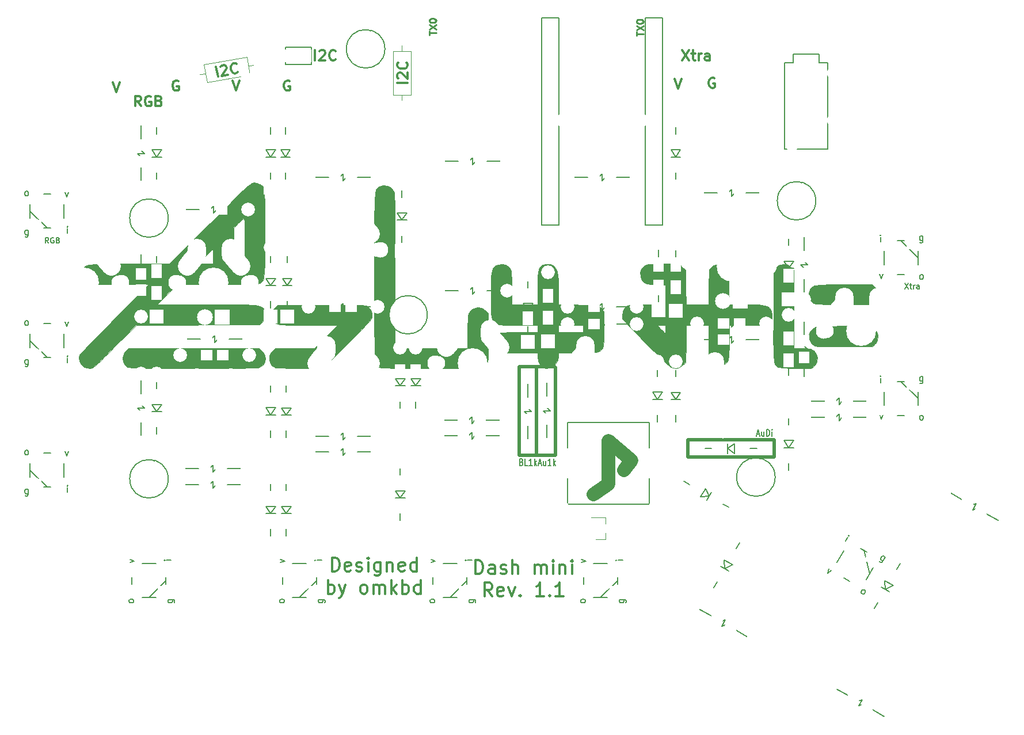
<source format=gto>
G04 #@! TF.GenerationSoftware,KiCad,Pcbnew,(5.0.0)*
G04 #@! TF.CreationDate,2018-09-16T22:23:12+09:00*
G04 #@! TF.ProjectId,ergodash,6572676F646173682E6B696361645F70,2.0*
G04 #@! TF.SameCoordinates,Original*
G04 #@! TF.FileFunction,Legend,Top*
G04 #@! TF.FilePolarity,Positive*
%FSLAX46Y46*%
G04 Gerber Fmt 4.6, Leading zero omitted, Abs format (unit mm)*
G04 Created by KiCad (PCBNEW (5.0.0)) date 09/16/18 22:23:12*
%MOMM*%
%LPD*%
G01*
G04 APERTURE LIST*
%ADD10C,0.200000*%
%ADD11C,0.500000*%
%ADD12C,0.300000*%
%ADD13C,2.000000*%
%ADD14C,0.250000*%
%ADD15C,0.150000*%
%ADD16C,0.010000*%
%ADD17C,0.120000*%
%ADD18C,1.600000*%
%ADD19C,0.100000*%
%ADD20C,2.000000*%
%ADD21R,2.000000X1.600000*%
%ADD22O,2.000000X2.000000*%
%ADD23R,2.000000X2.000000*%
%ADD24R,1.600000X2.000000*%
%ADD25R,1.800000X1.600000*%
%ADD26R,1.600000X1.800000*%
%ADD27C,4.387800*%
%ADD28C,3.448000*%
%ADD29R,1.800000X2.200000*%
%ADD30C,1.800000*%
%ADD31R,2.200000X1.800000*%
%ADD32C,2.305000*%
%ADD33R,1.924000X1.924000*%
%ADD34C,4.400000*%
%ADD35C,2.300000*%
%ADD36C,2.800000*%
%ADD37C,2.800000*%
%ADD38C,2.700000*%
%ADD39C,2.700000*%
%ADD40C,2.100000*%
%ADD41O,2.700000X3.737000*%
%ADD42R,1.300000X1.200000*%
%ADD43R,2.305000X2.305000*%
%ADD44C,1.924000*%
%ADD45C,5.400000*%
%ADD46C,2.200000*%
%ADD47R,2.800000X4.400000*%
%ADD48C,1.610000*%
%ADD49O,1.700000X2.600000*%
G04 APERTURE END LIST*
D10*
X185928142Y-118403666D02*
X186309095Y-118403666D01*
X185851952Y-118689380D02*
X186118619Y-117689380D01*
X186385285Y-118689380D01*
X186994809Y-118022714D02*
X186994809Y-118689380D01*
X186651952Y-118022714D02*
X186651952Y-118546523D01*
X186690047Y-118641761D01*
X186766238Y-118689380D01*
X186880523Y-118689380D01*
X186956714Y-118641761D01*
X186994809Y-118594142D01*
X187375761Y-118689380D02*
X187375761Y-117689380D01*
X187566238Y-117689380D01*
X187680523Y-117737000D01*
X187756714Y-117832238D01*
X187794809Y-117927476D01*
X187832904Y-118117952D01*
X187832904Y-118260809D01*
X187794809Y-118451285D01*
X187756714Y-118546523D01*
X187680523Y-118641761D01*
X187566238Y-118689380D01*
X187375761Y-118689380D01*
X188175761Y-118689380D02*
X188175761Y-118022714D01*
X188175761Y-117689380D02*
X188137666Y-117737000D01*
X188175761Y-117784619D01*
X188213857Y-117737000D01*
X188175761Y-117689380D01*
X188175761Y-117784619D01*
D11*
X188468000Y-119253000D02*
X175768000Y-119253000D01*
X188468000Y-121793000D02*
X188468000Y-119253000D01*
X175768000Y-121793000D02*
X188468000Y-121793000D01*
X175768000Y-119253000D02*
X175768000Y-121793000D01*
D10*
X153809857Y-122721666D02*
X154190809Y-122721666D01*
X153733666Y-123007380D02*
X154000333Y-122007380D01*
X154267000Y-123007380D01*
X154876523Y-122340714D02*
X154876523Y-123007380D01*
X154533666Y-122340714D02*
X154533666Y-122864523D01*
X154571761Y-122959761D01*
X154647952Y-123007380D01*
X154762238Y-123007380D01*
X154838428Y-122959761D01*
X154876523Y-122912142D01*
X155676523Y-123007380D02*
X155219380Y-123007380D01*
X155447952Y-123007380D02*
X155447952Y-122007380D01*
X155371761Y-122150238D01*
X155295571Y-122245476D01*
X155219380Y-122293095D01*
X156019380Y-123007380D02*
X156019380Y-122007380D01*
X156095571Y-122626428D02*
X156324142Y-123007380D01*
X156324142Y-122340714D02*
X156019380Y-122721666D01*
D11*
X156337000Y-108585000D02*
X156337000Y-121539000D01*
D10*
X207683238Y-96208904D02*
X208216571Y-97008904D01*
X208216571Y-96208904D02*
X207683238Y-97008904D01*
X208407047Y-96475571D02*
X208711809Y-96475571D01*
X208521333Y-96208904D02*
X208521333Y-96894619D01*
X208559428Y-96970809D01*
X208635619Y-97008904D01*
X208711809Y-97008904D01*
X208978476Y-97008904D02*
X208978476Y-96475571D01*
X208978476Y-96627952D02*
X209016571Y-96551761D01*
X209054666Y-96513666D01*
X209130857Y-96475571D01*
X209207047Y-96475571D01*
X209816571Y-97008904D02*
X209816571Y-96589857D01*
X209778476Y-96513666D01*
X209702285Y-96475571D01*
X209549904Y-96475571D01*
X209473714Y-96513666D01*
X209816571Y-96970809D02*
X209740380Y-97008904D01*
X209549904Y-97008904D01*
X209473714Y-96970809D01*
X209435619Y-96894619D01*
X209435619Y-96818428D01*
X209473714Y-96742238D01*
X209549904Y-96704142D01*
X209740380Y-96704142D01*
X209816571Y-96666047D01*
D12*
X106657976Y-65799449D02*
X106397504Y-64322238D01*
X107055402Y-64351294D02*
X107113342Y-64268547D01*
X107241625Y-64173397D01*
X107593342Y-64111379D01*
X107746432Y-64156916D01*
X107829179Y-64214856D01*
X107924329Y-64343139D01*
X107949136Y-64483826D01*
X107916003Y-64707260D01*
X107220724Y-65700222D01*
X108135188Y-65538977D01*
X109587593Y-65137818D02*
X109529653Y-65220565D01*
X109331026Y-65328119D01*
X109190339Y-65352926D01*
X108966905Y-65319792D01*
X108801412Y-65203913D01*
X108706261Y-65075629D01*
X108586304Y-64806659D01*
X108549094Y-64595629D01*
X108569824Y-64301852D01*
X108615360Y-64148761D01*
X108731240Y-63983268D01*
X108929867Y-63875714D01*
X109070554Y-63850907D01*
X109293987Y-63884040D01*
X109376734Y-63941980D01*
X134568755Y-66722202D02*
X133068755Y-66722202D01*
X133211612Y-66079345D02*
X133140184Y-66007917D01*
X133068755Y-65865059D01*
X133068755Y-65507917D01*
X133140184Y-65365059D01*
X133211612Y-65293631D01*
X133354469Y-65222202D01*
X133497326Y-65222202D01*
X133711612Y-65293631D01*
X134568755Y-66150774D01*
X134568755Y-65222202D01*
X134425898Y-63722202D02*
X134497326Y-63793631D01*
X134568755Y-64007917D01*
X134568755Y-64150774D01*
X134497326Y-64365059D01*
X134354469Y-64507917D01*
X134211612Y-64579345D01*
X133925898Y-64650774D01*
X133711612Y-64650774D01*
X133425898Y-64579345D01*
X133283041Y-64507917D01*
X133140184Y-64365059D01*
X133068755Y-64150774D01*
X133068755Y-64007917D01*
X133140184Y-63793631D01*
X133211612Y-63722202D01*
X120963714Y-63416571D02*
X120963714Y-61916571D01*
X121606571Y-62059428D02*
X121678000Y-61988000D01*
X121820857Y-61916571D01*
X122178000Y-61916571D01*
X122320857Y-61988000D01*
X122392285Y-62059428D01*
X122463714Y-62202285D01*
X122463714Y-62345142D01*
X122392285Y-62559428D01*
X121535142Y-63416571D01*
X122463714Y-63416571D01*
X123963714Y-63273714D02*
X123892285Y-63345142D01*
X123678000Y-63416571D01*
X123535142Y-63416571D01*
X123320857Y-63345142D01*
X123178000Y-63202285D01*
X123106571Y-63059428D01*
X123035142Y-62773714D01*
X123035142Y-62559428D01*
X123106571Y-62273714D01*
X123178000Y-62130857D01*
X123320857Y-61988000D01*
X123535142Y-61916571D01*
X123678000Y-61916571D01*
X123892285Y-61988000D01*
X123963714Y-62059428D01*
D11*
X153543000Y-108458000D02*
X153543000Y-121412000D01*
X151003000Y-108458000D02*
X156210000Y-108458000D01*
X151003000Y-121412000D02*
X151003000Y-108458000D01*
X151003000Y-121539000D02*
X156337000Y-121539000D01*
D13*
X167513000Y-122301000D02*
X166370000Y-123698000D01*
X164084000Y-119380000D02*
X167513000Y-122301000D01*
X164084000Y-125730000D02*
X164084000Y-119380000D01*
X161925000Y-127254000D02*
X164084000Y-125730000D01*
D12*
X123428904Y-138573761D02*
X123428904Y-136573761D01*
X123905095Y-136573761D01*
X124190809Y-136669000D01*
X124381285Y-136859476D01*
X124476523Y-137049952D01*
X124571761Y-137430904D01*
X124571761Y-137716619D01*
X124476523Y-138097571D01*
X124381285Y-138288047D01*
X124190809Y-138478523D01*
X123905095Y-138573761D01*
X123428904Y-138573761D01*
X126190809Y-138478523D02*
X126000333Y-138573761D01*
X125619380Y-138573761D01*
X125428904Y-138478523D01*
X125333666Y-138288047D01*
X125333666Y-137526142D01*
X125428904Y-137335666D01*
X125619380Y-137240428D01*
X126000333Y-137240428D01*
X126190809Y-137335666D01*
X126286047Y-137526142D01*
X126286047Y-137716619D01*
X125333666Y-137907095D01*
X127047952Y-138478523D02*
X127238428Y-138573761D01*
X127619380Y-138573761D01*
X127809857Y-138478523D01*
X127905095Y-138288047D01*
X127905095Y-138192809D01*
X127809857Y-138002333D01*
X127619380Y-137907095D01*
X127333666Y-137907095D01*
X127143190Y-137811857D01*
X127047952Y-137621380D01*
X127047952Y-137526142D01*
X127143190Y-137335666D01*
X127333666Y-137240428D01*
X127619380Y-137240428D01*
X127809857Y-137335666D01*
X128762238Y-138573761D02*
X128762238Y-137240428D01*
X128762238Y-136573761D02*
X128667000Y-136669000D01*
X128762238Y-136764238D01*
X128857476Y-136669000D01*
X128762238Y-136573761D01*
X128762238Y-136764238D01*
X130571761Y-137240428D02*
X130571761Y-138859476D01*
X130476523Y-139049952D01*
X130381285Y-139145190D01*
X130190809Y-139240428D01*
X129905095Y-139240428D01*
X129714619Y-139145190D01*
X130571761Y-138478523D02*
X130381285Y-138573761D01*
X130000333Y-138573761D01*
X129809857Y-138478523D01*
X129714619Y-138383285D01*
X129619380Y-138192809D01*
X129619380Y-137621380D01*
X129714619Y-137430904D01*
X129809857Y-137335666D01*
X130000333Y-137240428D01*
X130381285Y-137240428D01*
X130571761Y-137335666D01*
X131524142Y-137240428D02*
X131524142Y-138573761D01*
X131524142Y-137430904D02*
X131619380Y-137335666D01*
X131809857Y-137240428D01*
X132095571Y-137240428D01*
X132286047Y-137335666D01*
X132381285Y-137526142D01*
X132381285Y-138573761D01*
X134095571Y-138478523D02*
X133905095Y-138573761D01*
X133524142Y-138573761D01*
X133333666Y-138478523D01*
X133238428Y-138288047D01*
X133238428Y-137526142D01*
X133333666Y-137335666D01*
X133524142Y-137240428D01*
X133905095Y-137240428D01*
X134095571Y-137335666D01*
X134190809Y-137526142D01*
X134190809Y-137716619D01*
X133238428Y-137907095D01*
X135905095Y-138573761D02*
X135905095Y-136573761D01*
X135905095Y-138478523D02*
X135714619Y-138573761D01*
X135333666Y-138573761D01*
X135143190Y-138478523D01*
X135047952Y-138383285D01*
X134952714Y-138192809D01*
X134952714Y-137621380D01*
X135047952Y-137430904D01*
X135143190Y-137335666D01*
X135333666Y-137240428D01*
X135714619Y-137240428D01*
X135905095Y-137335666D01*
X122857476Y-141873761D02*
X122857476Y-139873761D01*
X122857476Y-140635666D02*
X123047952Y-140540428D01*
X123428904Y-140540428D01*
X123619380Y-140635666D01*
X123714619Y-140730904D01*
X123809857Y-140921380D01*
X123809857Y-141492809D01*
X123714619Y-141683285D01*
X123619380Y-141778523D01*
X123428904Y-141873761D01*
X123047952Y-141873761D01*
X122857476Y-141778523D01*
X124476523Y-140540428D02*
X124952714Y-141873761D01*
X125428904Y-140540428D02*
X124952714Y-141873761D01*
X124762238Y-142349952D01*
X124667000Y-142445190D01*
X124476523Y-142540428D01*
X128000333Y-141873761D02*
X127809857Y-141778523D01*
X127714619Y-141683285D01*
X127619380Y-141492809D01*
X127619380Y-140921380D01*
X127714619Y-140730904D01*
X127809857Y-140635666D01*
X128000333Y-140540428D01*
X128286047Y-140540428D01*
X128476523Y-140635666D01*
X128571761Y-140730904D01*
X128667000Y-140921380D01*
X128667000Y-141492809D01*
X128571761Y-141683285D01*
X128476523Y-141778523D01*
X128286047Y-141873761D01*
X128000333Y-141873761D01*
X129524142Y-141873761D02*
X129524142Y-140540428D01*
X129524142Y-140730904D02*
X129619380Y-140635666D01*
X129809857Y-140540428D01*
X130095571Y-140540428D01*
X130286047Y-140635666D01*
X130381285Y-140826142D01*
X130381285Y-141873761D01*
X130381285Y-140826142D02*
X130476523Y-140635666D01*
X130667000Y-140540428D01*
X130952714Y-140540428D01*
X131143190Y-140635666D01*
X131238428Y-140826142D01*
X131238428Y-141873761D01*
X132190809Y-141873761D02*
X132190809Y-139873761D01*
X132381285Y-141111857D02*
X132952714Y-141873761D01*
X132952714Y-140540428D02*
X132190809Y-141302333D01*
X133809857Y-141873761D02*
X133809857Y-139873761D01*
X133809857Y-140635666D02*
X134000333Y-140540428D01*
X134381285Y-140540428D01*
X134571761Y-140635666D01*
X134667000Y-140730904D01*
X134762238Y-140921380D01*
X134762238Y-141492809D01*
X134667000Y-141683285D01*
X134571761Y-141778523D01*
X134381285Y-141873761D01*
X134000333Y-141873761D01*
X133809857Y-141778523D01*
X136476523Y-141873761D02*
X136476523Y-139873761D01*
X136476523Y-141778523D02*
X136286047Y-141873761D01*
X135905095Y-141873761D01*
X135714619Y-141778523D01*
X135619380Y-141683285D01*
X135524142Y-141492809D01*
X135524142Y-140921380D01*
X135619380Y-140730904D01*
X135714619Y-140635666D01*
X135905095Y-140540428D01*
X136286047Y-140540428D01*
X136476523Y-140635666D01*
D10*
X151301571Y-122483571D02*
X151415857Y-122531190D01*
X151453952Y-122578809D01*
X151492047Y-122674047D01*
X151492047Y-122816904D01*
X151453952Y-122912142D01*
X151415857Y-122959761D01*
X151339666Y-123007380D01*
X151034904Y-123007380D01*
X151034904Y-122007380D01*
X151301571Y-122007380D01*
X151377761Y-122055000D01*
X151415857Y-122102619D01*
X151453952Y-122197857D01*
X151453952Y-122293095D01*
X151415857Y-122388333D01*
X151377761Y-122435952D01*
X151301571Y-122483571D01*
X151034904Y-122483571D01*
X152215857Y-123007380D02*
X151834904Y-123007380D01*
X151834904Y-122007380D01*
X152901571Y-123007380D02*
X152444428Y-123007380D01*
X152673000Y-123007380D02*
X152673000Y-122007380D01*
X152596809Y-122150238D01*
X152520619Y-122245476D01*
X152444428Y-122293095D01*
X153244428Y-123007380D02*
X153244428Y-122007380D01*
X153320619Y-122626428D02*
X153549190Y-123007380D01*
X153549190Y-122340714D02*
X153244428Y-122721666D01*
X81743619Y-90277904D02*
X81476952Y-89896952D01*
X81286476Y-90277904D02*
X81286476Y-89477904D01*
X81591238Y-89477904D01*
X81667428Y-89516000D01*
X81705523Y-89554095D01*
X81743619Y-89630285D01*
X81743619Y-89744571D01*
X81705523Y-89820761D01*
X81667428Y-89858857D01*
X81591238Y-89896952D01*
X81286476Y-89896952D01*
X82505523Y-89516000D02*
X82429333Y-89477904D01*
X82315047Y-89477904D01*
X82200761Y-89516000D01*
X82124571Y-89592190D01*
X82086476Y-89668380D01*
X82048380Y-89820761D01*
X82048380Y-89935047D01*
X82086476Y-90087428D01*
X82124571Y-90163619D01*
X82200761Y-90239809D01*
X82315047Y-90277904D01*
X82391238Y-90277904D01*
X82505523Y-90239809D01*
X82543619Y-90201714D01*
X82543619Y-89935047D01*
X82391238Y-89935047D01*
X83153142Y-89858857D02*
X83267428Y-89896952D01*
X83305523Y-89935047D01*
X83343619Y-90011238D01*
X83343619Y-90125523D01*
X83305523Y-90201714D01*
X83267428Y-90239809D01*
X83191238Y-90277904D01*
X82886476Y-90277904D01*
X82886476Y-89477904D01*
X83153142Y-89477904D01*
X83229333Y-89516000D01*
X83267428Y-89554095D01*
X83305523Y-89630285D01*
X83305523Y-89706476D01*
X83267428Y-89782666D01*
X83229333Y-89820761D01*
X83153142Y-89858857D01*
X82886476Y-89858857D01*
D12*
X95357285Y-70147571D02*
X94857285Y-69433285D01*
X94500142Y-70147571D02*
X94500142Y-68647571D01*
X95071571Y-68647571D01*
X95214428Y-68719000D01*
X95285857Y-68790428D01*
X95357285Y-68933285D01*
X95357285Y-69147571D01*
X95285857Y-69290428D01*
X95214428Y-69361857D01*
X95071571Y-69433285D01*
X94500142Y-69433285D01*
X96785857Y-68719000D02*
X96643000Y-68647571D01*
X96428714Y-68647571D01*
X96214428Y-68719000D01*
X96071571Y-68861857D01*
X96000142Y-69004714D01*
X95928714Y-69290428D01*
X95928714Y-69504714D01*
X96000142Y-69790428D01*
X96071571Y-69933285D01*
X96214428Y-70076142D01*
X96428714Y-70147571D01*
X96571571Y-70147571D01*
X96785857Y-70076142D01*
X96857285Y-70004714D01*
X96857285Y-69504714D01*
X96571571Y-69504714D01*
X98000142Y-69361857D02*
X98214428Y-69433285D01*
X98285857Y-69504714D01*
X98357285Y-69647571D01*
X98357285Y-69861857D01*
X98285857Y-70004714D01*
X98214428Y-70076142D01*
X98071571Y-70147571D01*
X97500142Y-70147571D01*
X97500142Y-68647571D01*
X98000142Y-68647571D01*
X98143000Y-68719000D01*
X98214428Y-68790428D01*
X98285857Y-68933285D01*
X98285857Y-69076142D01*
X98214428Y-69219000D01*
X98143000Y-69290428D01*
X98000142Y-69361857D01*
X97500142Y-69361857D01*
X174966571Y-61916571D02*
X175966571Y-63416571D01*
X175966571Y-61916571D02*
X174966571Y-63416571D01*
X176323714Y-62416571D02*
X176895142Y-62416571D01*
X176538000Y-61916571D02*
X176538000Y-63202285D01*
X176609428Y-63345142D01*
X176752285Y-63416571D01*
X176895142Y-63416571D01*
X177395142Y-63416571D02*
X177395142Y-62416571D01*
X177395142Y-62702285D02*
X177466571Y-62559428D01*
X177538000Y-62488000D01*
X177680857Y-62416571D01*
X177823714Y-62416571D01*
X178966571Y-63416571D02*
X178966571Y-62630857D01*
X178895142Y-62488000D01*
X178752285Y-62416571D01*
X178466571Y-62416571D01*
X178323714Y-62488000D01*
X178966571Y-63345142D02*
X178823714Y-63416571D01*
X178466571Y-63416571D01*
X178323714Y-63345142D01*
X178252285Y-63202285D01*
X178252285Y-63059428D01*
X178323714Y-62916571D01*
X178466571Y-62845142D01*
X178823714Y-62845142D01*
X178966571Y-62773714D01*
X179716857Y-66052000D02*
X179574000Y-65980571D01*
X179359714Y-65980571D01*
X179145428Y-66052000D01*
X179002571Y-66194857D01*
X178931142Y-66337714D01*
X178859714Y-66623428D01*
X178859714Y-66837714D01*
X178931142Y-67123428D01*
X179002571Y-67266285D01*
X179145428Y-67409142D01*
X179359714Y-67480571D01*
X179502571Y-67480571D01*
X179716857Y-67409142D01*
X179788285Y-67337714D01*
X179788285Y-66837714D01*
X179502571Y-66837714D01*
X173871000Y-66107571D02*
X174371000Y-67607571D01*
X174871000Y-66107571D01*
X100849857Y-66433000D02*
X100707000Y-66361571D01*
X100492714Y-66361571D01*
X100278428Y-66433000D01*
X100135571Y-66575857D01*
X100064142Y-66718714D01*
X99992714Y-67004428D01*
X99992714Y-67218714D01*
X100064142Y-67504428D01*
X100135571Y-67647285D01*
X100278428Y-67790142D01*
X100492714Y-67861571D01*
X100635571Y-67861571D01*
X100849857Y-67790142D01*
X100921285Y-67718714D01*
X100921285Y-67218714D01*
X100635571Y-67218714D01*
X92194000Y-66615571D02*
X91694000Y-68115571D01*
X91194000Y-66615571D01*
D14*
X168235380Y-59785095D02*
X168235380Y-59213666D01*
X169235380Y-59499380D02*
X168235380Y-59499380D01*
X168235380Y-58975571D02*
X169235380Y-58308904D01*
X168235380Y-58308904D02*
X169235380Y-58975571D01*
X168235380Y-57737476D02*
X168235380Y-57642238D01*
X168283000Y-57547000D01*
X168330619Y-57499380D01*
X168425857Y-57451761D01*
X168616333Y-57404142D01*
X168854428Y-57404142D01*
X169044904Y-57451761D01*
X169140142Y-57499380D01*
X169187761Y-57547000D01*
X169235380Y-57642238D01*
X169235380Y-57737476D01*
X169187761Y-57832714D01*
X169140142Y-57880333D01*
X169044904Y-57927952D01*
X168854428Y-57975571D01*
X168616333Y-57975571D01*
X168425857Y-57927952D01*
X168330619Y-57880333D01*
X168283000Y-57832714D01*
X168235380Y-57737476D01*
X137755380Y-59658095D02*
X137755380Y-59086666D01*
X138755380Y-59372380D02*
X137755380Y-59372380D01*
X137755380Y-58848571D02*
X138755380Y-58181904D01*
X137755380Y-58181904D02*
X138755380Y-58848571D01*
X137755380Y-57610476D02*
X137755380Y-57515238D01*
X137803000Y-57420000D01*
X137850619Y-57372380D01*
X137945857Y-57324761D01*
X138136333Y-57277142D01*
X138374428Y-57277142D01*
X138564904Y-57324761D01*
X138660142Y-57372380D01*
X138707761Y-57420000D01*
X138755380Y-57515238D01*
X138755380Y-57610476D01*
X138707761Y-57705714D01*
X138660142Y-57753333D01*
X138564904Y-57800952D01*
X138374428Y-57848571D01*
X138136333Y-57848571D01*
X137945857Y-57800952D01*
X137850619Y-57753333D01*
X137803000Y-57705714D01*
X137755380Y-57610476D01*
D12*
X117232857Y-66433000D02*
X117090000Y-66361571D01*
X116875714Y-66361571D01*
X116661428Y-66433000D01*
X116518571Y-66575857D01*
X116447142Y-66718714D01*
X116375714Y-67004428D01*
X116375714Y-67218714D01*
X116447142Y-67504428D01*
X116518571Y-67647285D01*
X116661428Y-67790142D01*
X116875714Y-67861571D01*
X117018571Y-67861571D01*
X117232857Y-67790142D01*
X117304285Y-67718714D01*
X117304285Y-67218714D01*
X117018571Y-67218714D01*
X108847000Y-66361571D02*
X109347000Y-67861571D01*
X109847000Y-66361571D01*
X144542761Y-138954761D02*
X144542761Y-136954761D01*
X145018952Y-136954761D01*
X145304666Y-137050000D01*
X145495142Y-137240476D01*
X145590380Y-137430952D01*
X145685619Y-137811904D01*
X145685619Y-138097619D01*
X145590380Y-138478571D01*
X145495142Y-138669047D01*
X145304666Y-138859523D01*
X145018952Y-138954761D01*
X144542761Y-138954761D01*
X147399904Y-138954761D02*
X147399904Y-137907142D01*
X147304666Y-137716666D01*
X147114190Y-137621428D01*
X146733238Y-137621428D01*
X146542761Y-137716666D01*
X147399904Y-138859523D02*
X147209428Y-138954761D01*
X146733238Y-138954761D01*
X146542761Y-138859523D01*
X146447523Y-138669047D01*
X146447523Y-138478571D01*
X146542761Y-138288095D01*
X146733238Y-138192857D01*
X147209428Y-138192857D01*
X147399904Y-138097619D01*
X148257047Y-138859523D02*
X148447523Y-138954761D01*
X148828476Y-138954761D01*
X149018952Y-138859523D01*
X149114190Y-138669047D01*
X149114190Y-138573809D01*
X149018952Y-138383333D01*
X148828476Y-138288095D01*
X148542761Y-138288095D01*
X148352285Y-138192857D01*
X148257047Y-138002380D01*
X148257047Y-137907142D01*
X148352285Y-137716666D01*
X148542761Y-137621428D01*
X148828476Y-137621428D01*
X149018952Y-137716666D01*
X149971333Y-138954761D02*
X149971333Y-136954761D01*
X150828476Y-138954761D02*
X150828476Y-137907142D01*
X150733238Y-137716666D01*
X150542761Y-137621428D01*
X150257047Y-137621428D01*
X150066571Y-137716666D01*
X149971333Y-137811904D01*
X153304666Y-138954761D02*
X153304666Y-137621428D01*
X153304666Y-137811904D02*
X153399904Y-137716666D01*
X153590380Y-137621428D01*
X153876095Y-137621428D01*
X154066571Y-137716666D01*
X154161809Y-137907142D01*
X154161809Y-138954761D01*
X154161809Y-137907142D02*
X154257047Y-137716666D01*
X154447523Y-137621428D01*
X154733238Y-137621428D01*
X154923714Y-137716666D01*
X155018952Y-137907142D01*
X155018952Y-138954761D01*
X155971333Y-138954761D02*
X155971333Y-137621428D01*
X155971333Y-136954761D02*
X155876095Y-137050000D01*
X155971333Y-137145238D01*
X156066571Y-137050000D01*
X155971333Y-136954761D01*
X155971333Y-137145238D01*
X156923714Y-137621428D02*
X156923714Y-138954761D01*
X156923714Y-137811904D02*
X157018952Y-137716666D01*
X157209428Y-137621428D01*
X157495142Y-137621428D01*
X157685619Y-137716666D01*
X157780857Y-137907142D01*
X157780857Y-138954761D01*
X158733238Y-138954761D02*
X158733238Y-137621428D01*
X158733238Y-136954761D02*
X158638000Y-137050000D01*
X158733238Y-137145238D01*
X158828476Y-137050000D01*
X158733238Y-136954761D01*
X158733238Y-137145238D01*
X147018952Y-142254761D02*
X146352285Y-141302380D01*
X145876095Y-142254761D02*
X145876095Y-140254761D01*
X146638000Y-140254761D01*
X146828476Y-140350000D01*
X146923714Y-140445238D01*
X147018952Y-140635714D01*
X147018952Y-140921428D01*
X146923714Y-141111904D01*
X146828476Y-141207142D01*
X146638000Y-141302380D01*
X145876095Y-141302380D01*
X148638000Y-142159523D02*
X148447523Y-142254761D01*
X148066571Y-142254761D01*
X147876095Y-142159523D01*
X147780857Y-141969047D01*
X147780857Y-141207142D01*
X147876095Y-141016666D01*
X148066571Y-140921428D01*
X148447523Y-140921428D01*
X148638000Y-141016666D01*
X148733238Y-141207142D01*
X148733238Y-141397619D01*
X147780857Y-141588095D01*
X149399904Y-140921428D02*
X149876095Y-142254761D01*
X150352285Y-140921428D01*
X151114190Y-142064285D02*
X151209428Y-142159523D01*
X151114190Y-142254761D01*
X151018952Y-142159523D01*
X151114190Y-142064285D01*
X151114190Y-142254761D01*
X154638000Y-142254761D02*
X153495142Y-142254761D01*
X154066571Y-142254761D02*
X154066571Y-140254761D01*
X153876095Y-140540476D01*
X153685619Y-140730952D01*
X153495142Y-140826190D01*
X155495142Y-142064285D02*
X155590380Y-142159523D01*
X155495142Y-142254761D01*
X155399904Y-142159523D01*
X155495142Y-142064285D01*
X155495142Y-142254761D01*
X157495142Y-142254761D02*
X156352285Y-142254761D01*
X156923714Y-142254761D02*
X156923714Y-140254761D01*
X156733238Y-140540476D01*
X156542761Y-140730952D01*
X156352285Y-140826190D01*
D15*
G04 #@! TO.C,D68*
X203200000Y-144061148D02*
X203685000Y-143221103D01*
X206525000Y-138302079D02*
X207010000Y-137462034D01*
X205451218Y-141561924D02*
X204238782Y-140861924D01*
X205971218Y-140661258D02*
X204845000Y-141211924D01*
X204758782Y-139961258D02*
X205971218Y-140661258D01*
X204845000Y-141211924D02*
X204758782Y-139961258D01*
G04 #@! TO.C,D1*
X178308000Y-120523000D02*
X179278000Y-120523000D01*
X184958000Y-120523000D02*
X185928000Y-120523000D01*
X181598000Y-121223000D02*
X181598000Y-119823000D01*
X182638000Y-121223000D02*
X181598000Y-120523000D01*
X182638000Y-119823000D02*
X182638000Y-121223000D01*
X181598000Y-120523000D02*
X182638000Y-119823000D01*
G04 #@! TO.C,D34*
X179578000Y-141013148D02*
X180063000Y-140173103D01*
X182903000Y-135254079D02*
X183388000Y-134414034D01*
X181829218Y-138513924D02*
X180616782Y-137813924D01*
X182349218Y-137613258D02*
X181223000Y-138163924D01*
X181136782Y-136913258D02*
X182349218Y-137613258D01*
X181223000Y-138163924D02*
X181136782Y-136913258D01*
G04 #@! TO.C,D33*
X181780148Y-129159000D02*
X180940103Y-128674000D01*
X176021079Y-125834000D02*
X175181034Y-125349000D01*
X179280924Y-126907782D02*
X178580924Y-128120218D01*
X178380258Y-126387782D02*
X178930924Y-127514000D01*
X177680258Y-127600218D02*
X178380258Y-126387782D01*
X178930924Y-127514000D02*
X177680258Y-127600218D01*
G04 #@! TO.C,D32*
X133477000Y-131064000D02*
X133477000Y-130094000D01*
X133477000Y-124414000D02*
X133477000Y-123444000D01*
X134177000Y-127774000D02*
X132777000Y-127774000D01*
X134177000Y-126734000D02*
X133477000Y-127774000D01*
X132777000Y-126734000D02*
X134177000Y-126734000D01*
X133477000Y-127774000D02*
X132777000Y-126734000D01*
G04 #@! TO.C,D31*
X116713000Y-133350000D02*
X116713000Y-132380000D01*
X116713000Y-126700000D02*
X116713000Y-125730000D01*
X117413000Y-130060000D02*
X116013000Y-130060000D01*
X117413000Y-129020000D02*
X116713000Y-130060000D01*
X116013000Y-129020000D02*
X117413000Y-129020000D01*
X116713000Y-130060000D02*
X116013000Y-129020000D01*
G04 #@! TO.C,D30*
X114427000Y-133350000D02*
X114427000Y-132380000D01*
X114427000Y-126700000D02*
X114427000Y-125730000D01*
X115127000Y-130060000D02*
X113727000Y-130060000D01*
X115127000Y-129020000D02*
X114427000Y-130060000D01*
X113727000Y-129020000D02*
X115127000Y-129020000D01*
X114427000Y-130060000D02*
X113727000Y-129020000D01*
G04 #@! TO.C,D29*
X97663000Y-118364000D02*
X97663000Y-117394000D01*
X97663000Y-111714000D02*
X97663000Y-110744000D01*
X98363000Y-115074000D02*
X96963000Y-115074000D01*
X98363000Y-114034000D02*
X97663000Y-115074000D01*
X96963000Y-114034000D02*
X98363000Y-114034000D01*
X97663000Y-115074000D02*
X96963000Y-114034000D01*
G04 #@! TO.C,D28*
X190627000Y-123677000D02*
X190627000Y-122707000D01*
X190627000Y-117027000D02*
X190627000Y-116057000D01*
X191327000Y-120387000D02*
X189927000Y-120387000D01*
X191327000Y-119347000D02*
X190627000Y-120387000D01*
X189927000Y-119347000D02*
X191327000Y-119347000D01*
X190627000Y-120387000D02*
X189927000Y-119347000D01*
G04 #@! TO.C,D27*
X190627000Y-109749000D02*
X190627000Y-108779000D01*
X190627000Y-103099000D02*
X190627000Y-102129000D01*
X191327000Y-106459000D02*
X189927000Y-106459000D01*
X191327000Y-105419000D02*
X190627000Y-106459000D01*
X189927000Y-105419000D02*
X191327000Y-105419000D01*
X190627000Y-106459000D02*
X189927000Y-105419000D01*
G04 #@! TO.C,D26*
X190627000Y-97282000D02*
X190627000Y-96312000D01*
X190627000Y-90632000D02*
X190627000Y-89662000D01*
X191327000Y-93992000D02*
X189927000Y-93992000D01*
X191327000Y-92952000D02*
X190627000Y-93992000D01*
X189927000Y-92952000D02*
X191327000Y-92952000D01*
X190627000Y-93992000D02*
X189927000Y-92952000D01*
G04 #@! TO.C,D24*
X173990000Y-116586000D02*
X173990000Y-115616000D01*
X173990000Y-109936000D02*
X173990000Y-108966000D01*
X174690000Y-113296000D02*
X173290000Y-113296000D01*
X174690000Y-112256000D02*
X173990000Y-113296000D01*
X173290000Y-112256000D02*
X174690000Y-112256000D01*
X173990000Y-113296000D02*
X173290000Y-112256000D01*
G04 #@! TO.C,D23*
X173990000Y-98954000D02*
X173990000Y-97984000D01*
X173990000Y-92304000D02*
X173990000Y-91334000D01*
X174690000Y-95664000D02*
X173290000Y-95664000D01*
X174690000Y-94624000D02*
X173990000Y-95664000D01*
X173290000Y-94624000D02*
X174690000Y-94624000D01*
X173990000Y-95664000D02*
X173290000Y-94624000D01*
G04 #@! TO.C,D22*
X173990000Y-80899000D02*
X173990000Y-79929000D01*
X173990000Y-74249000D02*
X173990000Y-73279000D01*
X174690000Y-77609000D02*
X173290000Y-77609000D01*
X174690000Y-76569000D02*
X173990000Y-77609000D01*
X173290000Y-76569000D02*
X174690000Y-76569000D01*
X173990000Y-77609000D02*
X173290000Y-76569000D01*
G04 #@! TO.C,D20*
X171323000Y-116565000D02*
X171323000Y-115595000D01*
X171323000Y-109915000D02*
X171323000Y-108945000D01*
X172023000Y-113275000D02*
X170623000Y-113275000D01*
X172023000Y-112235000D02*
X171323000Y-113275000D01*
X170623000Y-112235000D02*
X172023000Y-112235000D01*
X171323000Y-113275000D02*
X170623000Y-112235000D01*
G04 #@! TO.C,D15*
X152273000Y-103526000D02*
X152273000Y-102556000D01*
X152273000Y-96876000D02*
X152273000Y-95906000D01*
X152973000Y-100236000D02*
X151573000Y-100236000D01*
X152973000Y-99196000D02*
X152273000Y-100236000D01*
X151573000Y-99196000D02*
X152973000Y-99196000D01*
X152273000Y-100236000D02*
X151573000Y-99196000D01*
G04 #@! TO.C,D14*
X133731000Y-90191000D02*
X133731000Y-89221000D01*
X133731000Y-83541000D02*
X133731000Y-82571000D01*
X134431000Y-86901000D02*
X133031000Y-86901000D01*
X134431000Y-85861000D02*
X133731000Y-86901000D01*
X133031000Y-85861000D02*
X134431000Y-85861000D01*
X133731000Y-86901000D02*
X133031000Y-85861000D01*
G04 #@! TO.C,D12*
X133477000Y-114575000D02*
X133477000Y-113605000D01*
X133477000Y-107925000D02*
X133477000Y-106955000D01*
X134177000Y-111285000D02*
X132777000Y-111285000D01*
X134177000Y-110245000D02*
X133477000Y-111285000D01*
X132777000Y-110245000D02*
X134177000Y-110245000D01*
X133477000Y-111285000D02*
X132777000Y-110245000D01*
G04 #@! TO.C,D11*
X116840000Y-99822000D02*
X116840000Y-98852000D01*
X116840000Y-93172000D02*
X116840000Y-92202000D01*
X117540000Y-96532000D02*
X116140000Y-96532000D01*
X117540000Y-95492000D02*
X116840000Y-96532000D01*
X116140000Y-95492000D02*
X117540000Y-95492000D01*
X116840000Y-96532000D02*
X116140000Y-95492000D01*
G04 #@! TO.C,D10*
X116586000Y-80899000D02*
X116586000Y-79929000D01*
X116586000Y-74249000D02*
X116586000Y-73279000D01*
X117286000Y-77609000D02*
X115886000Y-77609000D01*
X117286000Y-76569000D02*
X116586000Y-77609000D01*
X115886000Y-76569000D02*
X117286000Y-76569000D01*
X116586000Y-77609000D02*
X115886000Y-76569000D01*
G04 #@! TO.C,D8*
X116713000Y-118872000D02*
X116713000Y-117902000D01*
X116713000Y-112222000D02*
X116713000Y-111252000D01*
X117413000Y-115582000D02*
X116013000Y-115582000D01*
X117413000Y-114542000D02*
X116713000Y-115582000D01*
X116013000Y-114542000D02*
X117413000Y-114542000D01*
X116713000Y-115582000D02*
X116013000Y-114542000D01*
G04 #@! TO.C,D7*
X114427000Y-99822000D02*
X114427000Y-98852000D01*
X114427000Y-93172000D02*
X114427000Y-92202000D01*
X115127000Y-96532000D02*
X113727000Y-96532000D01*
X115127000Y-95492000D02*
X114427000Y-96532000D01*
X113727000Y-95492000D02*
X115127000Y-95492000D01*
X114427000Y-96532000D02*
X113727000Y-95492000D01*
G04 #@! TO.C,D6*
X114427000Y-80899000D02*
X114427000Y-79929000D01*
X114427000Y-74249000D02*
X114427000Y-73279000D01*
X115127000Y-77609000D02*
X113727000Y-77609000D01*
X115127000Y-76569000D02*
X114427000Y-77609000D01*
X113727000Y-76569000D02*
X115127000Y-76569000D01*
X114427000Y-77609000D02*
X113727000Y-76569000D01*
G04 #@! TO.C,D4*
X114427000Y-118851000D02*
X114427000Y-117881000D01*
X114427000Y-112201000D02*
X114427000Y-111231000D01*
X115127000Y-115561000D02*
X113727000Y-115561000D01*
X115127000Y-114521000D02*
X114427000Y-115561000D01*
X113727000Y-114521000D02*
X115127000Y-114521000D01*
X114427000Y-115561000D02*
X113727000Y-114521000D01*
G04 #@! TO.C,D3*
X97663000Y-99822000D02*
X97663000Y-98852000D01*
X97663000Y-93172000D02*
X97663000Y-92202000D01*
X98363000Y-96532000D02*
X96963000Y-96532000D01*
X98363000Y-95492000D02*
X97663000Y-96532000D01*
X96963000Y-95492000D02*
X98363000Y-95492000D01*
X97663000Y-96532000D02*
X96963000Y-95492000D01*
G04 #@! TO.C,D2*
X97663000Y-80899000D02*
X97663000Y-79929000D01*
X97663000Y-74249000D02*
X97663000Y-73279000D01*
X98363000Y-77609000D02*
X96963000Y-77609000D01*
X98363000Y-76569000D02*
X97663000Y-77609000D01*
X96963000Y-76569000D02*
X98363000Y-76569000D01*
X97663000Y-77609000D02*
X96963000Y-76569000D01*
G04 #@! TO.C,D16*
X135763000Y-114575000D02*
X135763000Y-113605000D01*
X135763000Y-107925000D02*
X135763000Y-106955000D01*
X136463000Y-111285000D02*
X135063000Y-111285000D01*
X136463000Y-110245000D02*
X135763000Y-111285000D01*
X135063000Y-110245000D02*
X136463000Y-110245000D01*
X135763000Y-111285000D02*
X135063000Y-110245000D01*
G04 #@! TO.C,D18*
X155194000Y-103484000D02*
X155194000Y-102514000D01*
X155194000Y-96834000D02*
X155194000Y-95864000D01*
X155894000Y-100194000D02*
X154494000Y-100194000D01*
X155894000Y-99154000D02*
X155194000Y-100194000D01*
X154494000Y-99154000D02*
X155894000Y-99154000D01*
X155194000Y-100194000D02*
X154494000Y-99154000D01*
G04 #@! TO.C,D19*
X171450000Y-98912000D02*
X171450000Y-97942000D01*
X171450000Y-92262000D02*
X171450000Y-91292000D01*
X172150000Y-95622000D02*
X170750000Y-95622000D01*
X172150000Y-94582000D02*
X171450000Y-95622000D01*
X170750000Y-94582000D02*
X172150000Y-94582000D01*
X171450000Y-95622000D02*
X170750000Y-94582000D01*
G04 #@! TO.C,R39*
X201598313Y-158154000D02*
X200915300Y-158337013D01*
X200915300Y-158337013D02*
X201415300Y-157470987D01*
X201415300Y-157470987D02*
X200732288Y-157654000D01*
X199346647Y-156854000D02*
X197614596Y-155854000D01*
X204802607Y-160004000D02*
X202983954Y-158954000D01*
G04 #@! TO.C,R38*
X197513000Y-115951000D02*
X198013000Y-115451000D01*
X198013000Y-115451000D02*
X198013000Y-116451000D01*
X198013000Y-116451000D02*
X198513000Y-115951000D01*
X200113000Y-115951000D02*
X202113000Y-115951000D01*
X193813000Y-115951000D02*
X195913000Y-115951000D01*
G04 #@! TO.C,R37*
X218362313Y-129325000D02*
X217679300Y-129508013D01*
X217679300Y-129508013D02*
X218179300Y-128641987D01*
X218179300Y-128641987D02*
X217496288Y-128825000D01*
X216110647Y-128025000D02*
X214378596Y-127025000D01*
X221566607Y-131175000D02*
X219747954Y-130125000D01*
G04 #@! TO.C,R14*
X197513000Y-113538000D02*
X198013000Y-113038000D01*
X198013000Y-113038000D02*
X198013000Y-114038000D01*
X198013000Y-114038000D02*
X198513000Y-113538000D01*
X200113000Y-113538000D02*
X202113000Y-113538000D01*
X193813000Y-113538000D02*
X195913000Y-113538000D01*
G04 #@! TO.C,R36*
X144498000Y-118618000D02*
X143998000Y-119118000D01*
X143998000Y-119118000D02*
X143998000Y-118118000D01*
X143998000Y-118118000D02*
X143498000Y-118618000D01*
X141898000Y-118618000D02*
X139898000Y-118618000D01*
X148198000Y-118618000D02*
X146098000Y-118618000D01*
G04 #@! TO.C,R35*
X125575000Y-121031000D02*
X125075000Y-121531000D01*
X125075000Y-121531000D02*
X125075000Y-120531000D01*
X125075000Y-120531000D02*
X124575000Y-121031000D01*
X122975000Y-121031000D02*
X120975000Y-121031000D01*
X129275000Y-121031000D02*
X127175000Y-121031000D01*
G04 #@! TO.C,R34*
X105438000Y-125857000D02*
X105938000Y-125357000D01*
X105938000Y-125357000D02*
X105938000Y-126357000D01*
X105938000Y-126357000D02*
X106438000Y-125857000D01*
X108038000Y-125857000D02*
X110038000Y-125857000D01*
X101738000Y-125857000D02*
X103838000Y-125857000D01*
G04 #@! TO.C,R33*
X105438000Y-123444000D02*
X105938000Y-122944000D01*
X105938000Y-122944000D02*
X105938000Y-123944000D01*
X105938000Y-123944000D02*
X106438000Y-123444000D01*
X108038000Y-123444000D02*
X110038000Y-123444000D01*
X101738000Y-123444000D02*
X103838000Y-123444000D01*
G04 #@! TO.C,R32*
X180640717Y-145937000D02*
X181323730Y-145753987D01*
X181323730Y-145753987D02*
X180823730Y-146620013D01*
X180823730Y-146620013D02*
X181506742Y-146437000D01*
X182892383Y-147237000D02*
X184624434Y-148237000D01*
X177436423Y-144087000D02*
X179255076Y-145137000D01*
G04 #@! TO.C,R31*
X182725000Y-104521000D02*
X182225000Y-105021000D01*
X182225000Y-105021000D02*
X182225000Y-104021000D01*
X182225000Y-104021000D02*
X181725000Y-104521000D01*
X180125000Y-104521000D02*
X178125000Y-104521000D01*
X186425000Y-104521000D02*
X184325000Y-104521000D01*
G04 #@! TO.C,R30*
X162715000Y-102235000D02*
X163215000Y-101735000D01*
X163215000Y-101735000D02*
X163215000Y-102735000D01*
X163215000Y-102735000D02*
X163715000Y-102235000D01*
X165315000Y-102235000D02*
X167315000Y-102235000D01*
X159015000Y-102235000D02*
X161115000Y-102235000D01*
G04 #@! TO.C,R29*
X144498000Y-116332000D02*
X143998000Y-116832000D01*
X143998000Y-116832000D02*
X143998000Y-115832000D01*
X143998000Y-115832000D02*
X143498000Y-116332000D01*
X141898000Y-116332000D02*
X139898000Y-116332000D01*
X148198000Y-116332000D02*
X146098000Y-116332000D01*
G04 #@! TO.C,R28*
X125575000Y-118745000D02*
X125075000Y-119245000D01*
X125075000Y-119245000D02*
X125075000Y-118245000D01*
X125075000Y-118245000D02*
X124575000Y-118745000D01*
X122975000Y-118745000D02*
X120975000Y-118745000D01*
X129275000Y-118745000D02*
X127175000Y-118745000D01*
G04 #@! TO.C,R27*
X95377000Y-114053000D02*
X95877000Y-114553000D01*
X95877000Y-114553000D02*
X94877000Y-114553000D01*
X94877000Y-114553000D02*
X95377000Y-115053000D01*
X95377000Y-116653000D02*
X95377000Y-118653000D01*
X95377000Y-110353000D02*
X95377000Y-112453000D01*
G04 #@! TO.C,R26*
X105692000Y-106807000D02*
X106192000Y-106307000D01*
X106192000Y-106307000D02*
X106192000Y-107307000D01*
X106192000Y-107307000D02*
X106692000Y-106807000D01*
X108292000Y-106807000D02*
X110292000Y-106807000D01*
X101992000Y-106807000D02*
X104092000Y-106807000D01*
G04 #@! TO.C,R25*
X192913000Y-106398000D02*
X192413000Y-105898000D01*
X192413000Y-105898000D02*
X193413000Y-105898000D01*
X193413000Y-105898000D02*
X192913000Y-105398000D01*
X192913000Y-103798000D02*
X192913000Y-101798000D01*
X192913000Y-110098000D02*
X192913000Y-107998000D01*
G04 #@! TO.C,R24*
X182725000Y-102108000D02*
X182225000Y-102608000D01*
X182225000Y-102608000D02*
X182225000Y-101608000D01*
X182225000Y-101608000D02*
X181725000Y-102108000D01*
X180125000Y-102108000D02*
X178125000Y-102108000D01*
X186425000Y-102108000D02*
X184325000Y-102108000D01*
G04 #@! TO.C,R23*
X163675000Y-99695000D02*
X163175000Y-100195000D01*
X163175000Y-100195000D02*
X163175000Y-99195000D01*
X163175000Y-99195000D02*
X162675000Y-99695000D01*
X161075000Y-99695000D02*
X159075000Y-99695000D01*
X167375000Y-99695000D02*
X165275000Y-99695000D01*
G04 #@! TO.C,R22*
X144625000Y-97282000D02*
X144125000Y-97782000D01*
X144125000Y-97782000D02*
X144125000Y-96782000D01*
X144125000Y-96782000D02*
X143625000Y-97282000D01*
X142025000Y-97282000D02*
X140025000Y-97282000D01*
X148325000Y-97282000D02*
X146225000Y-97282000D01*
G04 #@! TO.C,R21*
X125575000Y-99695000D02*
X125075000Y-100195000D01*
X125075000Y-100195000D02*
X125075000Y-99195000D01*
X125075000Y-99195000D02*
X124575000Y-99695000D01*
X122975000Y-99695000D02*
X120975000Y-99695000D01*
X129275000Y-99695000D02*
X127175000Y-99695000D01*
G04 #@! TO.C,R20*
X105692000Y-104394000D02*
X106192000Y-103894000D01*
X106192000Y-103894000D02*
X106192000Y-104894000D01*
X106192000Y-104894000D02*
X106692000Y-104394000D01*
X108292000Y-104394000D02*
X110292000Y-104394000D01*
X101992000Y-104394000D02*
X104092000Y-104394000D01*
G04 #@! TO.C,R19*
X95377000Y-95532000D02*
X95877000Y-96032000D01*
X95877000Y-96032000D02*
X94877000Y-96032000D01*
X94877000Y-96032000D02*
X95377000Y-96532000D01*
X95377000Y-98132000D02*
X95377000Y-100132000D01*
X95377000Y-91832000D02*
X95377000Y-93932000D01*
G04 #@! TO.C,R18*
X192913000Y-93013000D02*
X193413000Y-93513000D01*
X193413000Y-93513000D02*
X192413000Y-93513000D01*
X192413000Y-93513000D02*
X192913000Y-94013000D01*
X192913000Y-95613000D02*
X192913000Y-97613000D01*
X192913000Y-89313000D02*
X192913000Y-91413000D01*
G04 #@! TO.C,R16*
X163675000Y-80645000D02*
X163175000Y-81145000D01*
X163175000Y-81145000D02*
X163175000Y-80145000D01*
X163175000Y-80145000D02*
X162675000Y-80645000D01*
X161075000Y-80645000D02*
X159075000Y-80645000D01*
X167375000Y-80645000D02*
X165275000Y-80645000D01*
G04 #@! TO.C,R15*
X144625000Y-78232000D02*
X144125000Y-78732000D01*
X144125000Y-78732000D02*
X144125000Y-77732000D01*
X144125000Y-77732000D02*
X143625000Y-78232000D01*
X142025000Y-78232000D02*
X140025000Y-78232000D01*
X148325000Y-78232000D02*
X146225000Y-78232000D01*
G04 #@! TO.C,R12*
X125575000Y-80645000D02*
X125075000Y-81145000D01*
X125075000Y-81145000D02*
X125075000Y-80145000D01*
X125075000Y-80145000D02*
X124575000Y-80645000D01*
X122975000Y-80645000D02*
X120975000Y-80645000D01*
X129275000Y-80645000D02*
X127175000Y-80645000D01*
G04 #@! TO.C,R11*
X106525000Y-85344000D02*
X106025000Y-85844000D01*
X106025000Y-85844000D02*
X106025000Y-84844000D01*
X106025000Y-84844000D02*
X105525000Y-85344000D01*
X103925000Y-85344000D02*
X101925000Y-85344000D01*
X110225000Y-85344000D02*
X108125000Y-85344000D01*
G04 #@! TO.C,R10*
X95377000Y-76609000D02*
X95877000Y-77109000D01*
X95877000Y-77109000D02*
X94877000Y-77109000D01*
X94877000Y-77109000D02*
X95377000Y-77609000D01*
X95377000Y-79209000D02*
X95377000Y-81209000D01*
X95377000Y-72909000D02*
X95377000Y-75009000D01*
G04 #@! TO.C,R13*
X152273000Y-114561000D02*
X152773000Y-115061000D01*
X152773000Y-115061000D02*
X151773000Y-115061000D01*
X151773000Y-115061000D02*
X152273000Y-115561000D01*
X152273000Y-117161000D02*
X152273000Y-119161000D01*
X152273000Y-110861000D02*
X152273000Y-112961000D01*
G04 #@! TO.C,R17*
X182725000Y-82931000D02*
X182225000Y-83431000D01*
X182225000Y-83431000D02*
X182225000Y-82431000D01*
X182225000Y-82431000D02*
X181725000Y-82931000D01*
X180125000Y-82931000D02*
X178125000Y-82931000D01*
X186425000Y-82931000D02*
X184325000Y-82931000D01*
G04 #@! TO.C,R3*
X155067000Y-114455000D02*
X155567000Y-114955000D01*
X155567000Y-114955000D02*
X154567000Y-114955000D01*
X154567000Y-114955000D02*
X155067000Y-115455000D01*
X155067000Y-117055000D02*
X155067000Y-119055000D01*
X155067000Y-110755000D02*
X155067000Y-112855000D01*
D16*
G04 #@! TO.C,G\002A\002A\002A*
G36*
X203276199Y-96824799D02*
X203553446Y-97144324D01*
X203679019Y-97447480D01*
X203708000Y-97853500D01*
X203677415Y-98267336D01*
X203548951Y-98569387D01*
X203276199Y-98882200D01*
X202844399Y-99314000D01*
X198735949Y-99308915D01*
X197563065Y-99305664D01*
X196617956Y-99298360D01*
X195874418Y-99285862D01*
X195306242Y-99267032D01*
X194887223Y-99240731D01*
X194591154Y-99205818D01*
X194391828Y-99161155D01*
X194279846Y-99115195D01*
X193861507Y-98755396D01*
X193620653Y-98263479D01*
X193575283Y-97705011D01*
X193740649Y-97150842D01*
X193851205Y-96953183D01*
X193975176Y-96793240D01*
X194138979Y-96667025D01*
X194369028Y-96570552D01*
X194691740Y-96499834D01*
X195133530Y-96450883D01*
X195720814Y-96419713D01*
X196480007Y-96402335D01*
X197437524Y-96394762D01*
X198619781Y-96393008D01*
X198761393Y-96393000D01*
X202844399Y-96393000D01*
X203276199Y-96824799D01*
X203276199Y-96824799D01*
G37*
X203276199Y-96824799D02*
X203553446Y-97144324D01*
X203679019Y-97447480D01*
X203708000Y-97853500D01*
X203677415Y-98267336D01*
X203548951Y-98569387D01*
X203276199Y-98882200D01*
X202844399Y-99314000D01*
X198735949Y-99308915D01*
X197563065Y-99305664D01*
X196617956Y-99298360D01*
X195874418Y-99285862D01*
X195306242Y-99267032D01*
X194887223Y-99240731D01*
X194591154Y-99205818D01*
X194391828Y-99161155D01*
X194279846Y-99115195D01*
X193861507Y-98755396D01*
X193620653Y-98263479D01*
X193575283Y-97705011D01*
X193740649Y-97150842D01*
X193851205Y-96953183D01*
X193975176Y-96793240D01*
X194138979Y-96667025D01*
X194369028Y-96570552D01*
X194691740Y-96499834D01*
X195133530Y-96450883D01*
X195720814Y-96419713D01*
X196480007Y-96402335D01*
X197437524Y-96394762D01*
X198619781Y-96393008D01*
X198761393Y-96393000D01*
X202844399Y-96393000D01*
X203276199Y-96824799D01*
G36*
X200627842Y-102501031D02*
X201308669Y-102512895D01*
X201827267Y-102532997D01*
X202214216Y-102562798D01*
X202500097Y-102603761D01*
X202715491Y-102657347D01*
X202821309Y-102695241D01*
X203300365Y-103008455D01*
X203606179Y-103459152D01*
X203725731Y-103987727D01*
X203646001Y-104534572D01*
X203353970Y-105040081D01*
X203337557Y-105058746D01*
X202967115Y-105473500D01*
X198797307Y-105502863D01*
X197615886Y-105509439D01*
X196662572Y-105510212D01*
X195911518Y-105504298D01*
X195336879Y-105490811D01*
X194912809Y-105468868D01*
X194613462Y-105437585D01*
X194412992Y-105396077D01*
X194294947Y-105348805D01*
X193974044Y-105058081D01*
X193709903Y-104621653D01*
X193561650Y-104147809D01*
X193548000Y-103980837D01*
X193654861Y-103558467D01*
X193930018Y-103131839D01*
X194305323Y-102789502D01*
X194568397Y-102654918D01*
X194850147Y-102601738D01*
X195358271Y-102559627D01*
X196099216Y-102528333D01*
X197079430Y-102507608D01*
X198305359Y-102497199D01*
X198657179Y-102496168D01*
X199754206Y-102495943D01*
X200627842Y-102501031D01*
X200627842Y-102501031D01*
G37*
X200627842Y-102501031D02*
X201308669Y-102512895D01*
X201827267Y-102532997D01*
X202214216Y-102562798D01*
X202500097Y-102603761D01*
X202715491Y-102657347D01*
X202821309Y-102695241D01*
X203300365Y-103008455D01*
X203606179Y-103459152D01*
X203725731Y-103987727D01*
X203646001Y-104534572D01*
X203353970Y-105040081D01*
X203337557Y-105058746D01*
X202967115Y-105473500D01*
X198797307Y-105502863D01*
X197615886Y-105509439D01*
X196662572Y-105510212D01*
X195911518Y-105504298D01*
X195336879Y-105490811D01*
X194912809Y-105468868D01*
X194613462Y-105437585D01*
X194412992Y-105396077D01*
X194294947Y-105348805D01*
X193974044Y-105058081D01*
X193709903Y-104621653D01*
X193561650Y-104147809D01*
X193548000Y-103980837D01*
X193654861Y-103558467D01*
X193930018Y-103131839D01*
X194305323Y-102789502D01*
X194568397Y-102654918D01*
X194850147Y-102601738D01*
X195358271Y-102559627D01*
X196099216Y-102528333D01*
X197079430Y-102507608D01*
X198305359Y-102497199D01*
X198657179Y-102496168D01*
X199754206Y-102495943D01*
X200627842Y-102501031D01*
G36*
X190288948Y-93435128D02*
X190586834Y-93548178D01*
X190883931Y-93797396D01*
X190910307Y-93823597D01*
X191325500Y-94238694D01*
X191360977Y-100014847D01*
X191396455Y-105791000D01*
X192652983Y-105791000D01*
X193239696Y-105795962D01*
X193635373Y-105819204D01*
X193902912Y-105873259D01*
X194105212Y-105970658D01*
X194299353Y-106119030D01*
X194683764Y-106587311D01*
X194842115Y-107121696D01*
X194774160Y-107671989D01*
X194479652Y-108188000D01*
X194310389Y-108362750D01*
X193924992Y-108712000D01*
X191672746Y-108706915D01*
X190778239Y-108699259D01*
X190105160Y-108679327D01*
X189621132Y-108644792D01*
X189293778Y-108593326D01*
X189090720Y-108522602D01*
X189087947Y-108521107D01*
X188927472Y-108430426D01*
X188791556Y-108333180D01*
X188678282Y-108208877D01*
X188585731Y-108037026D01*
X188511984Y-107797136D01*
X188455124Y-107468714D01*
X188413231Y-107031269D01*
X188384389Y-106464309D01*
X188366677Y-105747344D01*
X188358178Y-104859880D01*
X188356974Y-103781427D01*
X188361147Y-102491493D01*
X188368777Y-100969586D01*
X188369433Y-100845933D01*
X188404500Y-94238731D01*
X188819692Y-93823615D01*
X189121902Y-93561870D01*
X189415269Y-93440119D01*
X189825067Y-93408612D01*
X189865000Y-93408500D01*
X190288948Y-93435128D01*
X190288948Y-93435128D01*
G37*
X190288948Y-93435128D02*
X190586834Y-93548178D01*
X190883931Y-93797396D01*
X190910307Y-93823597D01*
X191325500Y-94238694D01*
X191360977Y-100014847D01*
X191396455Y-105791000D01*
X192652983Y-105791000D01*
X193239696Y-105795962D01*
X193635373Y-105819204D01*
X193902912Y-105873259D01*
X194105212Y-105970658D01*
X194299353Y-106119030D01*
X194683764Y-106587311D01*
X194842115Y-107121696D01*
X194774160Y-107671989D01*
X194479652Y-108188000D01*
X194310389Y-108362750D01*
X193924992Y-108712000D01*
X191672746Y-108706915D01*
X190778239Y-108699259D01*
X190105160Y-108679327D01*
X189621132Y-108644792D01*
X189293778Y-108593326D01*
X189090720Y-108522602D01*
X189087947Y-108521107D01*
X188927472Y-108430426D01*
X188791556Y-108333180D01*
X188678282Y-108208877D01*
X188585731Y-108037026D01*
X188511984Y-107797136D01*
X188455124Y-107468714D01*
X188413231Y-107031269D01*
X188384389Y-106464309D01*
X188366677Y-105747344D01*
X188358178Y-104859880D01*
X188356974Y-103781427D01*
X188361147Y-102491493D01*
X188368777Y-100969586D01*
X188369433Y-100845933D01*
X188404500Y-94238731D01*
X188819692Y-93823615D01*
X189121902Y-93561870D01*
X189415269Y-93440119D01*
X189825067Y-93408612D01*
X189865000Y-93408500D01*
X190288948Y-93435128D01*
G36*
X174976115Y-93779475D02*
X175450500Y-94213951D01*
X175489652Y-96763975D01*
X175528804Y-99314000D01*
X178801195Y-99314000D01*
X178840347Y-96776151D01*
X178879500Y-94238303D01*
X179294692Y-93823401D01*
X179596991Y-93561758D01*
X179890535Y-93440071D01*
X180300616Y-93408609D01*
X180340000Y-93408500D01*
X180764028Y-93435149D01*
X181062018Y-93548253D01*
X181359263Y-93797541D01*
X181385307Y-93823401D01*
X181800500Y-94238303D01*
X181839652Y-96776151D01*
X181878804Y-99314000D01*
X184351981Y-99314000D01*
X185324760Y-99319522D01*
X186079678Y-99340225D01*
X186652712Y-99382314D01*
X187079843Y-99451993D01*
X187397050Y-99555467D01*
X187640312Y-99698939D01*
X187845608Y-99888615D01*
X187875512Y-99921614D01*
X188102027Y-100342723D01*
X188184086Y-100869673D01*
X188111070Y-101392425D01*
X188035299Y-101577181D01*
X187891211Y-101821922D01*
X187721629Y-102010058D01*
X187493186Y-102148942D01*
X187172515Y-102245927D01*
X186726251Y-102308366D01*
X186121027Y-102343610D01*
X185323477Y-102359014D01*
X184473806Y-102362000D01*
X181864000Y-102362000D01*
X181864000Y-104715579D01*
X181857919Y-105656527D01*
X181838314Y-106375300D01*
X181803139Y-106903462D01*
X181750349Y-107272578D01*
X181683504Y-107501144D01*
X181373946Y-107940044D01*
X180914251Y-108219914D01*
X180365674Y-108322538D01*
X179789470Y-108229702D01*
X179561688Y-108132064D01*
X179321962Y-107979899D01*
X179138817Y-107780809D01*
X179004949Y-107501332D01*
X178913056Y-107108009D01*
X178855835Y-106567379D01*
X178825982Y-105845981D01*
X178816194Y-104910356D01*
X178816000Y-104715579D01*
X178816000Y-102362000D01*
X175532069Y-102362000D01*
X175491284Y-105102489D01*
X175450500Y-107842978D01*
X174976115Y-108277489D01*
X174445722Y-108620934D01*
X173887473Y-108715669D01*
X173320857Y-108559609D01*
X173164500Y-108471404D01*
X172989561Y-108328190D01*
X172659002Y-108025829D01*
X172195409Y-107586164D01*
X171621370Y-107031040D01*
X170959469Y-106382303D01*
X170232294Y-105661797D01*
X169462431Y-104891368D01*
X169449750Y-104878613D01*
X168589926Y-104013237D01*
X167892320Y-103308091D01*
X167339976Y-102743367D01*
X166975839Y-102362000D01*
X171270115Y-102362000D01*
X171831000Y-102933500D01*
X172126841Y-103229447D01*
X172343588Y-103435965D01*
X172428942Y-103505000D01*
X172451053Y-103391369D01*
X172464307Y-103103905D01*
X172466000Y-102933500D01*
X172466000Y-102362000D01*
X171270115Y-102362000D01*
X166975839Y-102362000D01*
X166915936Y-102299263D01*
X166603243Y-101955972D01*
X166384941Y-101693690D01*
X166244072Y-101492611D01*
X166163679Y-101332931D01*
X166126805Y-101194844D01*
X166116493Y-101058545D01*
X166116000Y-100984927D01*
X166212858Y-100324078D01*
X166501851Y-99826268D01*
X166923348Y-99521625D01*
X167120709Y-99447884D01*
X167382906Y-99393241D01*
X167747104Y-99355114D01*
X168250466Y-99330922D01*
X168930158Y-99318085D01*
X169823344Y-99314023D01*
X169913443Y-99314000D01*
X172466000Y-99314000D01*
X172466000Y-96421098D01*
X171100750Y-96371449D01*
X170336417Y-96324603D01*
X169781297Y-96237447D01*
X169391740Y-96093661D01*
X169124093Y-95876925D01*
X168934707Y-95570921D01*
X168929573Y-95559743D01*
X168805772Y-95091300D01*
X168801568Y-94575505D01*
X168913072Y-94129249D01*
X168981209Y-94007532D01*
X169160334Y-93786389D01*
X169370624Y-93620065D01*
X169649049Y-93500966D01*
X170032581Y-93421503D01*
X170558187Y-93374082D01*
X171262839Y-93351112D01*
X172183507Y-93345002D01*
X172207558Y-93345000D01*
X174501730Y-93345000D01*
X174976115Y-93779475D01*
X174976115Y-93779475D01*
G37*
X174976115Y-93779475D02*
X175450500Y-94213951D01*
X175489652Y-96763975D01*
X175528804Y-99314000D01*
X178801195Y-99314000D01*
X178840347Y-96776151D01*
X178879500Y-94238303D01*
X179294692Y-93823401D01*
X179596991Y-93561758D01*
X179890535Y-93440071D01*
X180300616Y-93408609D01*
X180340000Y-93408500D01*
X180764028Y-93435149D01*
X181062018Y-93548253D01*
X181359263Y-93797541D01*
X181385307Y-93823401D01*
X181800500Y-94238303D01*
X181839652Y-96776151D01*
X181878804Y-99314000D01*
X184351981Y-99314000D01*
X185324760Y-99319522D01*
X186079678Y-99340225D01*
X186652712Y-99382314D01*
X187079843Y-99451993D01*
X187397050Y-99555467D01*
X187640312Y-99698939D01*
X187845608Y-99888615D01*
X187875512Y-99921614D01*
X188102027Y-100342723D01*
X188184086Y-100869673D01*
X188111070Y-101392425D01*
X188035299Y-101577181D01*
X187891211Y-101821922D01*
X187721629Y-102010058D01*
X187493186Y-102148942D01*
X187172515Y-102245927D01*
X186726251Y-102308366D01*
X186121027Y-102343610D01*
X185323477Y-102359014D01*
X184473806Y-102362000D01*
X181864000Y-102362000D01*
X181864000Y-104715579D01*
X181857919Y-105656527D01*
X181838314Y-106375300D01*
X181803139Y-106903462D01*
X181750349Y-107272578D01*
X181683504Y-107501144D01*
X181373946Y-107940044D01*
X180914251Y-108219914D01*
X180365674Y-108322538D01*
X179789470Y-108229702D01*
X179561688Y-108132064D01*
X179321962Y-107979899D01*
X179138817Y-107780809D01*
X179004949Y-107501332D01*
X178913056Y-107108009D01*
X178855835Y-106567379D01*
X178825982Y-105845981D01*
X178816194Y-104910356D01*
X178816000Y-104715579D01*
X178816000Y-102362000D01*
X175532069Y-102362000D01*
X175491284Y-105102489D01*
X175450500Y-107842978D01*
X174976115Y-108277489D01*
X174445722Y-108620934D01*
X173887473Y-108715669D01*
X173320857Y-108559609D01*
X173164500Y-108471404D01*
X172989561Y-108328190D01*
X172659002Y-108025829D01*
X172195409Y-107586164D01*
X171621370Y-107031040D01*
X170959469Y-106382303D01*
X170232294Y-105661797D01*
X169462431Y-104891368D01*
X169449750Y-104878613D01*
X168589926Y-104013237D01*
X167892320Y-103308091D01*
X167339976Y-102743367D01*
X166975839Y-102362000D01*
X171270115Y-102362000D01*
X171831000Y-102933500D01*
X172126841Y-103229447D01*
X172343588Y-103435965D01*
X172428942Y-103505000D01*
X172451053Y-103391369D01*
X172464307Y-103103905D01*
X172466000Y-102933500D01*
X172466000Y-102362000D01*
X171270115Y-102362000D01*
X166975839Y-102362000D01*
X166915936Y-102299263D01*
X166603243Y-101955972D01*
X166384941Y-101693690D01*
X166244072Y-101492611D01*
X166163679Y-101332931D01*
X166126805Y-101194844D01*
X166116493Y-101058545D01*
X166116000Y-100984927D01*
X166212858Y-100324078D01*
X166501851Y-99826268D01*
X166923348Y-99521625D01*
X167120709Y-99447884D01*
X167382906Y-99393241D01*
X167747104Y-99355114D01*
X168250466Y-99330922D01*
X168930158Y-99318085D01*
X169823344Y-99314023D01*
X169913443Y-99314000D01*
X172466000Y-99314000D01*
X172466000Y-96421098D01*
X171100750Y-96371449D01*
X170336417Y-96324603D01*
X169781297Y-96237447D01*
X169391740Y-96093661D01*
X169124093Y-95876925D01*
X168934707Y-95570921D01*
X168929573Y-95559743D01*
X168805772Y-95091300D01*
X168801568Y-94575505D01*
X168913072Y-94129249D01*
X168981209Y-94007532D01*
X169160334Y-93786389D01*
X169370624Y-93620065D01*
X169649049Y-93500966D01*
X170032581Y-93421503D01*
X170558187Y-93374082D01*
X171262839Y-93351112D01*
X172183507Y-93345002D01*
X172207558Y-93345000D01*
X174501730Y-93345000D01*
X174976115Y-93779475D01*
G36*
X148939433Y-93483456D02*
X149131232Y-93580293D01*
X149367841Y-93742987D01*
X149547096Y-93923892D01*
X149676879Y-94158987D01*
X149765070Y-94484246D01*
X149819551Y-94935645D01*
X149848203Y-95549161D01*
X149858907Y-96360771D01*
X149860000Y-96906975D01*
X149860000Y-99314000D01*
X153670000Y-99314000D01*
X153670000Y-96894693D01*
X153675237Y-95939176D01*
X153696327Y-95202879D01*
X153741341Y-94651143D01*
X153818348Y-94249305D01*
X153935417Y-93962707D01*
X154100618Y-93756688D01*
X154322019Y-93596587D01*
X154454818Y-93523700D01*
X154973615Y-93380037D01*
X155532262Y-93420523D01*
X156026960Y-93632111D01*
X156159176Y-93737908D01*
X156346793Y-93952545D01*
X156488489Y-94221071D01*
X156590210Y-94579476D01*
X156657900Y-95063749D01*
X156697505Y-95709881D01*
X156714969Y-96553861D01*
X156717291Y-97116613D01*
X156718000Y-99300726D01*
X162579976Y-99377500D01*
X163014488Y-99851884D01*
X163449000Y-100326269D01*
X163449000Y-102810941D01*
X163449218Y-103835024D01*
X163432141Y-104645069D01*
X163371173Y-105266127D01*
X163239717Y-105723247D01*
X163011178Y-106041478D01*
X162658958Y-106245871D01*
X162156462Y-106361475D01*
X161477092Y-106413341D01*
X160594253Y-106426517D01*
X159610741Y-106426000D01*
X156718000Y-106426000D01*
X156718000Y-106874579D01*
X156619726Y-107535622D01*
X156350371Y-108074627D01*
X155948134Y-108464569D01*
X155451213Y-108678423D01*
X154897808Y-108689166D01*
X154401846Y-108513195D01*
X153996448Y-108153646D01*
X153746856Y-107617343D01*
X153670000Y-107003806D01*
X153670000Y-106426000D01*
X150766127Y-106426000D01*
X149831795Y-106424980D01*
X149116920Y-106419974D01*
X148586960Y-106408058D01*
X148207373Y-106386310D01*
X147943618Y-106351807D01*
X147761153Y-106301626D01*
X147625437Y-106232845D01*
X147512237Y-106150676D01*
X147098095Y-105689610D01*
X146901498Y-105168373D01*
X146912330Y-104637974D01*
X147120479Y-104149424D01*
X147515828Y-103753731D01*
X148034665Y-103515980D01*
X148318671Y-103472539D01*
X148810721Y-103435034D01*
X149464889Y-103405524D01*
X150235249Y-103386066D01*
X151075875Y-103378719D01*
X151098250Y-103378708D01*
X153670000Y-103378000D01*
X153670000Y-102362000D01*
X156718000Y-102362000D01*
X156718000Y-103378000D01*
X160401000Y-103378000D01*
X160401000Y-102362000D01*
X156718000Y-102362000D01*
X153670000Y-102362000D01*
X150766127Y-102362000D01*
X149723811Y-102362748D01*
X148882619Y-102348634D01*
X148221030Y-102295121D01*
X147717524Y-102177672D01*
X147350583Y-101971750D01*
X147098685Y-101652818D01*
X146940310Y-101196339D01*
X146853939Y-100577775D01*
X146818053Y-99772591D01*
X146811129Y-98756247D01*
X146812000Y-97853500D01*
X146815232Y-96783095D01*
X146828015Y-95934893D01*
X146854974Y-95277147D01*
X146900736Y-94778106D01*
X146969925Y-94406023D01*
X147067169Y-94129148D01*
X147197094Y-93915733D01*
X147364325Y-93734029D01*
X147419614Y-93683487D01*
X147865998Y-93441233D01*
X148405240Y-93372588D01*
X148939433Y-93483456D01*
X148939433Y-93483456D01*
G37*
X148939433Y-93483456D02*
X149131232Y-93580293D01*
X149367841Y-93742987D01*
X149547096Y-93923892D01*
X149676879Y-94158987D01*
X149765070Y-94484246D01*
X149819551Y-94935645D01*
X149848203Y-95549161D01*
X149858907Y-96360771D01*
X149860000Y-96906975D01*
X149860000Y-99314000D01*
X153670000Y-99314000D01*
X153670000Y-96894693D01*
X153675237Y-95939176D01*
X153696327Y-95202879D01*
X153741341Y-94651143D01*
X153818348Y-94249305D01*
X153935417Y-93962707D01*
X154100618Y-93756688D01*
X154322019Y-93596587D01*
X154454818Y-93523700D01*
X154973615Y-93380037D01*
X155532262Y-93420523D01*
X156026960Y-93632111D01*
X156159176Y-93737908D01*
X156346793Y-93952545D01*
X156488489Y-94221071D01*
X156590210Y-94579476D01*
X156657900Y-95063749D01*
X156697505Y-95709881D01*
X156714969Y-96553861D01*
X156717291Y-97116613D01*
X156718000Y-99300726D01*
X162579976Y-99377500D01*
X163014488Y-99851884D01*
X163449000Y-100326269D01*
X163449000Y-102810941D01*
X163449218Y-103835024D01*
X163432141Y-104645069D01*
X163371173Y-105266127D01*
X163239717Y-105723247D01*
X163011178Y-106041478D01*
X162658958Y-106245871D01*
X162156462Y-106361475D01*
X161477092Y-106413341D01*
X160594253Y-106426517D01*
X159610741Y-106426000D01*
X156718000Y-106426000D01*
X156718000Y-106874579D01*
X156619726Y-107535622D01*
X156350371Y-108074627D01*
X155948134Y-108464569D01*
X155451213Y-108678423D01*
X154897808Y-108689166D01*
X154401846Y-108513195D01*
X153996448Y-108153646D01*
X153746856Y-107617343D01*
X153670000Y-107003806D01*
X153670000Y-106426000D01*
X150766127Y-106426000D01*
X149831795Y-106424980D01*
X149116920Y-106419974D01*
X148586960Y-106408058D01*
X148207373Y-106386310D01*
X147943618Y-106351807D01*
X147761153Y-106301626D01*
X147625437Y-106232845D01*
X147512237Y-106150676D01*
X147098095Y-105689610D01*
X146901498Y-105168373D01*
X146912330Y-104637974D01*
X147120479Y-104149424D01*
X147515828Y-103753731D01*
X148034665Y-103515980D01*
X148318671Y-103472539D01*
X148810721Y-103435034D01*
X149464889Y-103405524D01*
X150235249Y-103386066D01*
X151075875Y-103378719D01*
X151098250Y-103378708D01*
X153670000Y-103378000D01*
X153670000Y-102362000D01*
X156718000Y-102362000D01*
X156718000Y-103378000D01*
X160401000Y-103378000D01*
X160401000Y-102362000D01*
X156718000Y-102362000D01*
X153670000Y-102362000D01*
X150766127Y-102362000D01*
X149723811Y-102362748D01*
X148882619Y-102348634D01*
X148221030Y-102295121D01*
X147717524Y-102177672D01*
X147350583Y-101971750D01*
X147098685Y-101652818D01*
X146940310Y-101196339D01*
X146853939Y-100577775D01*
X146818053Y-99772591D01*
X146811129Y-98756247D01*
X146812000Y-97853500D01*
X146815232Y-96783095D01*
X146828015Y-95934893D01*
X146854974Y-95277147D01*
X146900736Y-94778106D01*
X146969925Y-94406023D01*
X147067169Y-94129148D01*
X147197094Y-93915733D01*
X147364325Y-93734029D01*
X147419614Y-93683487D01*
X147865998Y-93441233D01*
X148405240Y-93372588D01*
X148939433Y-93483456D01*
G36*
X131585816Y-81855607D02*
X132084538Y-82127297D01*
X132463869Y-82597957D01*
X132539889Y-82757744D01*
X132571004Y-82869309D01*
X132598367Y-83055611D01*
X132622199Y-83331467D01*
X132642721Y-83711695D01*
X132660155Y-84211112D01*
X132674721Y-84844533D01*
X132686642Y-85626777D01*
X132696138Y-86572661D01*
X132703431Y-87697000D01*
X132708742Y-89014613D01*
X132712292Y-90540316D01*
X132714302Y-92288926D01*
X132714994Y-94275260D01*
X132715000Y-94483920D01*
X132715000Y-105791000D01*
X143383000Y-105791000D01*
X143383197Y-103409750D01*
X143389862Y-102435100D01*
X143415751Y-101679760D01*
X143469973Y-101109241D01*
X143561640Y-100689054D01*
X143699863Y-100384711D01*
X143893753Y-100161723D01*
X144152420Y-99985601D01*
X144309272Y-99904152D01*
X144892406Y-99736958D01*
X145437394Y-99820561D01*
X145937142Y-100153663D01*
X145996004Y-100212705D01*
X146367500Y-100600247D01*
X146405201Y-104043952D01*
X146415177Y-105153415D01*
X146415528Y-106038770D01*
X146402341Y-106729842D01*
X146371698Y-107256460D01*
X146319686Y-107648450D01*
X146242388Y-107935639D01*
X146135888Y-108147854D01*
X145996271Y-108314922D01*
X145825182Y-108462304D01*
X145751100Y-108514694D01*
X145659314Y-108559198D01*
X145529848Y-108596458D01*
X145342724Y-108627118D01*
X145077969Y-108651819D01*
X144715605Y-108671203D01*
X144235657Y-108685914D01*
X143618149Y-108696593D01*
X142843106Y-108703883D01*
X141890551Y-108708426D01*
X140740509Y-108710864D01*
X139373003Y-108711840D01*
X138060131Y-108712000D01*
X136477884Y-108711371D01*
X135130278Y-108709156D01*
X133997955Y-108704858D01*
X133061560Y-108697980D01*
X132301735Y-108688026D01*
X131699124Y-108674500D01*
X131234369Y-108656905D01*
X130888113Y-108634746D01*
X130641001Y-108607525D01*
X130473674Y-108574747D01*
X130366776Y-108535915D01*
X130329532Y-108513790D01*
X130221653Y-108440707D01*
X130126150Y-108371554D01*
X130042270Y-108291261D01*
X129969261Y-108184757D01*
X129906370Y-108036973D01*
X129852843Y-107832836D01*
X129807930Y-107557278D01*
X129770875Y-107195227D01*
X129740928Y-106731613D01*
X129717334Y-106151366D01*
X129699342Y-105439414D01*
X129686198Y-104580689D01*
X129677150Y-103560118D01*
X129671445Y-102362632D01*
X129668329Y-100973161D01*
X129667051Y-99376633D01*
X129666858Y-97557978D01*
X129666996Y-95502126D01*
X129667000Y-95249999D01*
X129666794Y-93158421D01*
X129666746Y-91305917D01*
X129667708Y-89677564D01*
X129670533Y-88258437D01*
X129676071Y-87033611D01*
X129685177Y-85988163D01*
X129698702Y-85107168D01*
X129717499Y-84375702D01*
X129742420Y-83778840D01*
X129774317Y-83301659D01*
X129814043Y-82929233D01*
X129862451Y-82646639D01*
X129920391Y-82438952D01*
X129988718Y-82291248D01*
X130068283Y-82188603D01*
X130159938Y-82116092D01*
X130264536Y-82058790D01*
X130382930Y-82001775D01*
X130424842Y-81980649D01*
X131016365Y-81800765D01*
X131585816Y-81855607D01*
X131585816Y-81855607D01*
G37*
X131585816Y-81855607D02*
X132084538Y-82127297D01*
X132463869Y-82597957D01*
X132539889Y-82757744D01*
X132571004Y-82869309D01*
X132598367Y-83055611D01*
X132622199Y-83331467D01*
X132642721Y-83711695D01*
X132660155Y-84211112D01*
X132674721Y-84844533D01*
X132686642Y-85626777D01*
X132696138Y-86572661D01*
X132703431Y-87697000D01*
X132708742Y-89014613D01*
X132712292Y-90540316D01*
X132714302Y-92288926D01*
X132714994Y-94275260D01*
X132715000Y-94483920D01*
X132715000Y-105791000D01*
X143383000Y-105791000D01*
X143383197Y-103409750D01*
X143389862Y-102435100D01*
X143415751Y-101679760D01*
X143469973Y-101109241D01*
X143561640Y-100689054D01*
X143699863Y-100384711D01*
X143893753Y-100161723D01*
X144152420Y-99985601D01*
X144309272Y-99904152D01*
X144892406Y-99736958D01*
X145437394Y-99820561D01*
X145937142Y-100153663D01*
X145996004Y-100212705D01*
X146367500Y-100600247D01*
X146405201Y-104043952D01*
X146415177Y-105153415D01*
X146415528Y-106038770D01*
X146402341Y-106729842D01*
X146371698Y-107256460D01*
X146319686Y-107648450D01*
X146242388Y-107935639D01*
X146135888Y-108147854D01*
X145996271Y-108314922D01*
X145825182Y-108462304D01*
X145751100Y-108514694D01*
X145659314Y-108559198D01*
X145529848Y-108596458D01*
X145342724Y-108627118D01*
X145077969Y-108651819D01*
X144715605Y-108671203D01*
X144235657Y-108685914D01*
X143618149Y-108696593D01*
X142843106Y-108703883D01*
X141890551Y-108708426D01*
X140740509Y-108710864D01*
X139373003Y-108711840D01*
X138060131Y-108712000D01*
X136477884Y-108711371D01*
X135130278Y-108709156D01*
X133997955Y-108704858D01*
X133061560Y-108697980D01*
X132301735Y-108688026D01*
X131699124Y-108674500D01*
X131234369Y-108656905D01*
X130888113Y-108634746D01*
X130641001Y-108607525D01*
X130473674Y-108574747D01*
X130366776Y-108535915D01*
X130329532Y-108513790D01*
X130221653Y-108440707D01*
X130126150Y-108371554D01*
X130042270Y-108291261D01*
X129969261Y-108184757D01*
X129906370Y-108036973D01*
X129852843Y-107832836D01*
X129807930Y-107557278D01*
X129770875Y-107195227D01*
X129740928Y-106731613D01*
X129717334Y-106151366D01*
X129699342Y-105439414D01*
X129686198Y-104580689D01*
X129677150Y-103560118D01*
X129671445Y-102362632D01*
X129668329Y-100973161D01*
X129667051Y-99376633D01*
X129666858Y-97557978D01*
X129666996Y-95502126D01*
X129667000Y-95249999D01*
X129666794Y-93158421D01*
X129666746Y-91305917D01*
X129667708Y-89677564D01*
X129670533Y-88258437D01*
X129676071Y-87033611D01*
X129685177Y-85988163D01*
X129698702Y-85107168D01*
X129717499Y-84375702D01*
X129742420Y-83778840D01*
X129774317Y-83301659D01*
X129814043Y-82929233D01*
X129862451Y-82646639D01*
X129920391Y-82438952D01*
X129988718Y-82291248D01*
X130068283Y-82188603D01*
X130159938Y-82116092D01*
X130264536Y-82058790D01*
X130382930Y-82001775D01*
X130424842Y-81980649D01*
X131016365Y-81800765D01*
X131585816Y-81855607D01*
G36*
X123349324Y-99377724D02*
X124565476Y-99378959D01*
X125571010Y-99382051D01*
X126387619Y-99387843D01*
X127036994Y-99397180D01*
X127540825Y-99410905D01*
X127920805Y-99429865D01*
X128198624Y-99454903D01*
X128395974Y-99486863D01*
X128534547Y-99526591D01*
X128636034Y-99574930D01*
X128722125Y-99632725D01*
X128736896Y-99643629D01*
X129095118Y-100045582D01*
X129304056Y-100560849D01*
X129331100Y-101093071D01*
X129288711Y-101274285D01*
X129155550Y-101484234D01*
X128841195Y-101862269D01*
X128350332Y-102403374D01*
X127687647Y-103102533D01*
X126857826Y-103954731D01*
X125865557Y-104954950D01*
X125628971Y-105191323D01*
X122100043Y-108712000D01*
X118676271Y-108703949D01*
X117755140Y-108697666D01*
X116906457Y-108684065D01*
X116166702Y-108664352D01*
X115572353Y-108639734D01*
X115159891Y-108611416D01*
X114967552Y-108581339D01*
X114570390Y-108297498D01*
X114315736Y-107865115D01*
X114211759Y-107351212D01*
X114266630Y-106822813D01*
X114488516Y-106346944D01*
X114670517Y-106144369D01*
X115066007Y-105791000D01*
X120822017Y-105791000D01*
X122545758Y-104077725D01*
X124269500Y-102364451D01*
X119976943Y-102363225D01*
X118739902Y-102361700D01*
X117731120Y-102355409D01*
X116924857Y-102340619D01*
X116295372Y-102313592D01*
X115816927Y-102270594D01*
X115463781Y-102207889D01*
X115210194Y-102121741D01*
X115030428Y-102008415D01*
X114898743Y-101864175D01*
X114789398Y-101685286D01*
X114746649Y-101604157D01*
X114556372Y-101010112D01*
X114617893Y-100448504D01*
X114931589Y-99916601D01*
X114988717Y-99851884D01*
X115423434Y-99377500D01*
X121900863Y-99377500D01*
X123349324Y-99377724D01*
X123349324Y-99377724D01*
G37*
X123349324Y-99377724D02*
X124565476Y-99378959D01*
X125571010Y-99382051D01*
X126387619Y-99387843D01*
X127036994Y-99397180D01*
X127540825Y-99410905D01*
X127920805Y-99429865D01*
X128198624Y-99454903D01*
X128395974Y-99486863D01*
X128534547Y-99526591D01*
X128636034Y-99574930D01*
X128722125Y-99632725D01*
X128736896Y-99643629D01*
X129095118Y-100045582D01*
X129304056Y-100560849D01*
X129331100Y-101093071D01*
X129288711Y-101274285D01*
X129155550Y-101484234D01*
X128841195Y-101862269D01*
X128350332Y-102403374D01*
X127687647Y-103102533D01*
X126857826Y-103954731D01*
X125865557Y-104954950D01*
X125628971Y-105191323D01*
X122100043Y-108712000D01*
X118676271Y-108703949D01*
X117755140Y-108697666D01*
X116906457Y-108684065D01*
X116166702Y-108664352D01*
X115572353Y-108639734D01*
X115159891Y-108611416D01*
X114967552Y-108581339D01*
X114570390Y-108297498D01*
X114315736Y-107865115D01*
X114211759Y-107351212D01*
X114266630Y-106822813D01*
X114488516Y-106346944D01*
X114670517Y-106144369D01*
X115066007Y-105791000D01*
X120822017Y-105791000D01*
X122545758Y-104077725D01*
X124269500Y-102364451D01*
X119976943Y-102363225D01*
X118739902Y-102361700D01*
X117731120Y-102355409D01*
X116924857Y-102340619D01*
X116295372Y-102313592D01*
X115816927Y-102270594D01*
X115463781Y-102207889D01*
X115210194Y-102121741D01*
X115030428Y-102008415D01*
X114898743Y-101864175D01*
X114789398Y-101685286D01*
X114746649Y-101604157D01*
X114556372Y-101010112D01*
X114617893Y-100448504D01*
X114931589Y-99916601D01*
X114988717Y-99851884D01*
X115423434Y-99377500D01*
X121900863Y-99377500D01*
X123349324Y-99377724D01*
G36*
X113133737Y-106150269D02*
X113477792Y-106623413D01*
X113613646Y-107160788D01*
X113547108Y-107700654D01*
X113283988Y-108181269D01*
X112913102Y-108495330D01*
X112828705Y-108536237D01*
X112712038Y-108571659D01*
X112545568Y-108601973D01*
X112311761Y-108627558D01*
X111993084Y-108648792D01*
X111572002Y-108666054D01*
X111030982Y-108679720D01*
X110352490Y-108690171D01*
X109518992Y-108697783D01*
X108512954Y-108702935D01*
X107316843Y-108706006D01*
X105913125Y-108707373D01*
X104284265Y-108707415D01*
X103104404Y-108706915D01*
X101287710Y-108705302D01*
X99708510Y-108702345D01*
X98350299Y-108697731D01*
X97196575Y-108691146D01*
X96230832Y-108682275D01*
X95436568Y-108670805D01*
X94797277Y-108656423D01*
X94296457Y-108638814D01*
X93917602Y-108617666D01*
X93644210Y-108592663D01*
X93459776Y-108563493D01*
X93347796Y-108529842D01*
X93329947Y-108521107D01*
X92926649Y-108171188D01*
X92695884Y-107695077D01*
X92643617Y-107158344D01*
X92775813Y-106626555D01*
X93098436Y-106165277D01*
X93114262Y-106150269D01*
X93498861Y-105791000D01*
X112749138Y-105791000D01*
X113133737Y-106150269D01*
X113133737Y-106150269D01*
G37*
X113133737Y-106150269D02*
X113477792Y-106623413D01*
X113613646Y-107160788D01*
X113547108Y-107700654D01*
X113283988Y-108181269D01*
X112913102Y-108495330D01*
X112828705Y-108536237D01*
X112712038Y-108571659D01*
X112545568Y-108601973D01*
X112311761Y-108627558D01*
X111993084Y-108648792D01*
X111572002Y-108666054D01*
X111030982Y-108679720D01*
X110352490Y-108690171D01*
X109518992Y-108697783D01*
X108512954Y-108702935D01*
X107316843Y-108706006D01*
X105913125Y-108707373D01*
X104284265Y-108707415D01*
X103104404Y-108706915D01*
X101287710Y-108705302D01*
X99708510Y-108702345D01*
X98350299Y-108697731D01*
X97196575Y-108691146D01*
X96230832Y-108682275D01*
X95436568Y-108670805D01*
X94797277Y-108656423D01*
X94296457Y-108638814D01*
X93917602Y-108617666D01*
X93644210Y-108592663D01*
X93459776Y-108563493D01*
X93347796Y-108529842D01*
X93329947Y-108521107D01*
X92926649Y-108171188D01*
X92695884Y-107695077D01*
X92643617Y-107158344D01*
X92775813Y-106626555D01*
X93098436Y-106165277D01*
X93114262Y-106150269D01*
X93498861Y-105791000D01*
X112749138Y-105791000D01*
X113133737Y-106150269D01*
G36*
X112360651Y-81459663D02*
X112755815Y-81587365D01*
X112774597Y-81596774D01*
X112941200Y-81681704D01*
X113081645Y-81763936D01*
X113198161Y-81864540D01*
X113292980Y-82004583D01*
X113368333Y-82205137D01*
X113426449Y-82487269D01*
X113469559Y-82872049D01*
X113499894Y-83380545D01*
X113519685Y-84033828D01*
X113531162Y-84852966D01*
X113536555Y-85859028D01*
X113538096Y-87073083D01*
X113538014Y-88516201D01*
X113538000Y-88807565D01*
X113537908Y-90315955D01*
X113536117Y-91591143D01*
X113530351Y-92653925D01*
X113518333Y-93525097D01*
X113497788Y-94225455D01*
X113466440Y-94775797D01*
X113422014Y-95196918D01*
X113362234Y-95509616D01*
X113284824Y-95734686D01*
X113187508Y-95892926D01*
X113068010Y-96005131D01*
X112924055Y-96092099D01*
X112753368Y-96174625D01*
X112730651Y-96185374D01*
X112602660Y-96234836D01*
X112430664Y-96275896D01*
X112191764Y-96309312D01*
X111863063Y-96335844D01*
X111421662Y-96356251D01*
X110844663Y-96371291D01*
X110109170Y-96381725D01*
X109192282Y-96388312D01*
X108071103Y-96391809D01*
X106722735Y-96392978D01*
X106468234Y-96393000D01*
X100643356Y-96393000D01*
X99187000Y-97853500D01*
X97730643Y-99314000D01*
X105031071Y-99314197D01*
X106649506Y-99314177D01*
X108033428Y-99315450D01*
X109202326Y-99320159D01*
X110175686Y-99330446D01*
X110972994Y-99348452D01*
X111613737Y-99376320D01*
X112117403Y-99416191D01*
X112503478Y-99470209D01*
X112791448Y-99540514D01*
X113000801Y-99629249D01*
X113151024Y-99738556D01*
X113261602Y-99870577D01*
X113352024Y-100027455D01*
X113441775Y-100211330D01*
X113455847Y-100240272D01*
X113623043Y-100823384D01*
X113539447Y-101368313D01*
X113206355Y-101867972D01*
X113147126Y-101927004D01*
X112759415Y-102298500D01*
X94679919Y-102367028D01*
X91498485Y-105539514D01*
X90656986Y-106377772D01*
X89974677Y-107053687D01*
X89431299Y-107584677D01*
X89006593Y-107988162D01*
X88680301Y-108281561D01*
X88432165Y-108482293D01*
X88241927Y-108607776D01*
X88089327Y-108675430D01*
X87954107Y-108702674D01*
X87816009Y-108706927D01*
X87814775Y-108706915D01*
X87386137Y-108654177D01*
X87001790Y-108531926D01*
X86964846Y-108513195D01*
X86561666Y-108162237D01*
X86313028Y-107675775D01*
X86244673Y-107135321D01*
X86373291Y-106639900D01*
X86487327Y-106499974D01*
X86764454Y-106198058D01*
X87187856Y-105751463D01*
X87740717Y-105177503D01*
X88406223Y-104493490D01*
X89167556Y-103716736D01*
X90007902Y-102864554D01*
X90910445Y-101954257D01*
X91484438Y-101377750D01*
X96455294Y-96393000D01*
X92229068Y-96393000D01*
X91001158Y-96391450D01*
X90000345Y-96384736D01*
X89199733Y-96369762D01*
X88572429Y-96343430D01*
X88091536Y-96302642D01*
X87730160Y-96244303D01*
X87461406Y-96165315D01*
X87258379Y-96062580D01*
X87094184Y-95933003D01*
X86952487Y-95785385D01*
X86719299Y-95354031D01*
X86641849Y-94824860D01*
X86729141Y-94307387D01*
X86815713Y-94122216D01*
X86922193Y-93947654D01*
X87032441Y-93801407D01*
X87168585Y-93680969D01*
X87352753Y-93583834D01*
X87607074Y-93507497D01*
X87953676Y-93449452D01*
X88414687Y-93407194D01*
X89012236Y-93378217D01*
X89768452Y-93360016D01*
X90705461Y-93350085D01*
X91845394Y-93345918D01*
X93210377Y-93345011D01*
X93679911Y-93345000D01*
X103701107Y-93345000D01*
X105918000Y-93345000D01*
X105918000Y-92265500D01*
X105914246Y-91777635D01*
X105904228Y-91404532D01*
X105889814Y-91204505D01*
X105883446Y-91186000D01*
X105785994Y-91270523D01*
X105545989Y-91500762D01*
X105199369Y-91841718D01*
X104782070Y-92258393D01*
X104775000Y-92265500D01*
X103701107Y-93345000D01*
X93679911Y-93345000D01*
X99500937Y-93344999D01*
X104783721Y-88066548D01*
X108966000Y-88066548D01*
X108966000Y-93345000D01*
X110617000Y-93345000D01*
X110617000Y-89979500D01*
X110613694Y-89084816D01*
X110604376Y-88279604D01*
X110589946Y-87596893D01*
X110571300Y-87069710D01*
X110549338Y-86731084D01*
X110525432Y-86614000D01*
X110398614Y-86697451D01*
X110142467Y-86919249D01*
X109805678Y-87236559D01*
X109699932Y-87340274D01*
X108966000Y-88066548D01*
X104783721Y-88066548D01*
X105474837Y-87375999D01*
X106658040Y-86194202D01*
X107675575Y-85179486D01*
X108541187Y-84319139D01*
X109268623Y-83600445D01*
X109871629Y-83010691D01*
X110363949Y-82537162D01*
X110759331Y-82167145D01*
X111071519Y-81887925D01*
X111314260Y-81686788D01*
X111501298Y-81551020D01*
X111646381Y-81467907D01*
X111763254Y-81424735D01*
X111865662Y-81408789D01*
X111928175Y-81407000D01*
X112360651Y-81459663D01*
X112360651Y-81459663D01*
G37*
X112360651Y-81459663D02*
X112755815Y-81587365D01*
X112774597Y-81596774D01*
X112941200Y-81681704D01*
X113081645Y-81763936D01*
X113198161Y-81864540D01*
X113292980Y-82004583D01*
X113368333Y-82205137D01*
X113426449Y-82487269D01*
X113469559Y-82872049D01*
X113499894Y-83380545D01*
X113519685Y-84033828D01*
X113531162Y-84852966D01*
X113536555Y-85859028D01*
X113538096Y-87073083D01*
X113538014Y-88516201D01*
X113538000Y-88807565D01*
X113537908Y-90315955D01*
X113536117Y-91591143D01*
X113530351Y-92653925D01*
X113518333Y-93525097D01*
X113497788Y-94225455D01*
X113466440Y-94775797D01*
X113422014Y-95196918D01*
X113362234Y-95509616D01*
X113284824Y-95734686D01*
X113187508Y-95892926D01*
X113068010Y-96005131D01*
X112924055Y-96092099D01*
X112753368Y-96174625D01*
X112730651Y-96185374D01*
X112602660Y-96234836D01*
X112430664Y-96275896D01*
X112191764Y-96309312D01*
X111863063Y-96335844D01*
X111421662Y-96356251D01*
X110844663Y-96371291D01*
X110109170Y-96381725D01*
X109192282Y-96388312D01*
X108071103Y-96391809D01*
X106722735Y-96392978D01*
X106468234Y-96393000D01*
X100643356Y-96393000D01*
X99187000Y-97853500D01*
X97730643Y-99314000D01*
X105031071Y-99314197D01*
X106649506Y-99314177D01*
X108033428Y-99315450D01*
X109202326Y-99320159D01*
X110175686Y-99330446D01*
X110972994Y-99348452D01*
X111613737Y-99376320D01*
X112117403Y-99416191D01*
X112503478Y-99470209D01*
X112791448Y-99540514D01*
X113000801Y-99629249D01*
X113151024Y-99738556D01*
X113261602Y-99870577D01*
X113352024Y-100027455D01*
X113441775Y-100211330D01*
X113455847Y-100240272D01*
X113623043Y-100823384D01*
X113539447Y-101368313D01*
X113206355Y-101867972D01*
X113147126Y-101927004D01*
X112759415Y-102298500D01*
X94679919Y-102367028D01*
X91498485Y-105539514D01*
X90656986Y-106377772D01*
X89974677Y-107053687D01*
X89431299Y-107584677D01*
X89006593Y-107988162D01*
X88680301Y-108281561D01*
X88432165Y-108482293D01*
X88241927Y-108607776D01*
X88089327Y-108675430D01*
X87954107Y-108702674D01*
X87816009Y-108706927D01*
X87814775Y-108706915D01*
X87386137Y-108654177D01*
X87001790Y-108531926D01*
X86964846Y-108513195D01*
X86561666Y-108162237D01*
X86313028Y-107675775D01*
X86244673Y-107135321D01*
X86373291Y-106639900D01*
X86487327Y-106499974D01*
X86764454Y-106198058D01*
X87187856Y-105751463D01*
X87740717Y-105177503D01*
X88406223Y-104493490D01*
X89167556Y-103716736D01*
X90007902Y-102864554D01*
X90910445Y-101954257D01*
X91484438Y-101377750D01*
X96455294Y-96393000D01*
X92229068Y-96393000D01*
X91001158Y-96391450D01*
X90000345Y-96384736D01*
X89199733Y-96369762D01*
X88572429Y-96343430D01*
X88091536Y-96302642D01*
X87730160Y-96244303D01*
X87461406Y-96165315D01*
X87258379Y-96062580D01*
X87094184Y-95933003D01*
X86952487Y-95785385D01*
X86719299Y-95354031D01*
X86641849Y-94824860D01*
X86729141Y-94307387D01*
X86815713Y-94122216D01*
X86922193Y-93947654D01*
X87032441Y-93801407D01*
X87168585Y-93680969D01*
X87352753Y-93583834D01*
X87607074Y-93507497D01*
X87953676Y-93449452D01*
X88414687Y-93407194D01*
X89012236Y-93378217D01*
X89768452Y-93360016D01*
X90705461Y-93350085D01*
X91845394Y-93345918D01*
X93210377Y-93345011D01*
X93679911Y-93345000D01*
X103701107Y-93345000D01*
X105918000Y-93345000D01*
X105918000Y-92265500D01*
X105914246Y-91777635D01*
X105904228Y-91404532D01*
X105889814Y-91204505D01*
X105883446Y-91186000D01*
X105785994Y-91270523D01*
X105545989Y-91500762D01*
X105199369Y-91841718D01*
X104782070Y-92258393D01*
X104775000Y-92265500D01*
X103701107Y-93345000D01*
X93679911Y-93345000D01*
X99500937Y-93344999D01*
X104783721Y-88066548D01*
X108966000Y-88066548D01*
X108966000Y-93345000D01*
X110617000Y-93345000D01*
X110617000Y-89979500D01*
X110613694Y-89084816D01*
X110604376Y-88279604D01*
X110589946Y-87596893D01*
X110571300Y-87069710D01*
X110549338Y-86731084D01*
X110525432Y-86614000D01*
X110398614Y-86697451D01*
X110142467Y-86919249D01*
X109805678Y-87236559D01*
X109699932Y-87340274D01*
X108966000Y-88066548D01*
X104783721Y-88066548D01*
X105474837Y-87375999D01*
X106658040Y-86194202D01*
X107675575Y-85179486D01*
X108541187Y-84319139D01*
X109268623Y-83600445D01*
X109871629Y-83010691D01*
X110363949Y-82537162D01*
X110759331Y-82167145D01*
X111071519Y-81887925D01*
X111314260Y-81686788D01*
X111501298Y-81551020D01*
X111646381Y-81467907D01*
X111763254Y-81424735D01*
X111865662Y-81408789D01*
X111928175Y-81407000D01*
X112360651Y-81459663D01*
D15*
G04 #@! TO.C,LED11*
X207137000Y-89956000D02*
X209637000Y-92456000D01*
X204637000Y-91456000D02*
X204637000Y-93456000D01*
X207637000Y-89956000D02*
X206637000Y-89956000D01*
X207637000Y-94956000D02*
X206637000Y-94956000D01*
X209637000Y-91456000D02*
X209637000Y-93456000D01*
G04 #@! TO.C,LED10*
X207137000Y-110657000D02*
X209637000Y-113157000D01*
X204637000Y-112157000D02*
X204637000Y-114157000D01*
X207637000Y-110657000D02*
X206637000Y-110657000D01*
X207637000Y-115657000D02*
X206637000Y-115657000D01*
X209637000Y-112157000D02*
X209637000Y-114157000D01*
G04 #@! TO.C,LED9*
X201656000Y-135502936D02*
X202571064Y-138918000D01*
X198740936Y-135551975D02*
X197740936Y-137284025D01*
X202089013Y-135752936D02*
X201222987Y-135252936D01*
X199589013Y-140083064D02*
X198722987Y-139583064D01*
X203071064Y-138051975D02*
X202071064Y-139784025D01*
G04 #@! TO.C,LED8*
X165441000Y-139954000D02*
X162941000Y-142454000D01*
X163941000Y-137454000D02*
X161941000Y-137454000D01*
X165441000Y-140454000D02*
X165441000Y-139454000D01*
X160441000Y-140454000D02*
X160441000Y-139454000D01*
X163941000Y-142454000D02*
X161941000Y-142454000D01*
G04 #@! TO.C,LED7*
X143300667Y-139954000D02*
X140800667Y-142454000D01*
X141800667Y-137454000D02*
X139800667Y-137454000D01*
X143300667Y-140454000D02*
X143300667Y-139454000D01*
X138300667Y-140454000D02*
X138300667Y-139454000D01*
X141800667Y-142454000D02*
X139800667Y-142454000D01*
G04 #@! TO.C,LED6*
X121160333Y-139954000D02*
X118660333Y-142454000D01*
X119660333Y-137454000D02*
X117660333Y-137454000D01*
X121160333Y-140454000D02*
X121160333Y-139454000D01*
X116160333Y-140454000D02*
X116160333Y-139454000D01*
X119660333Y-142454000D02*
X117660333Y-142454000D01*
G04 #@! TO.C,LED5*
X99020000Y-139954000D02*
X96520000Y-142454000D01*
X97520000Y-137454000D02*
X95520000Y-137454000D01*
X99020000Y-140454000D02*
X99020000Y-139454000D01*
X94020000Y-140454000D02*
X94020000Y-139454000D01*
X97520000Y-142454000D02*
X95520000Y-142454000D01*
G04 #@! TO.C,LED4*
X81534000Y-126198000D02*
X79034000Y-123698000D01*
X84034000Y-124698000D02*
X84034000Y-122698000D01*
X81034000Y-126198000D02*
X82034000Y-126198000D01*
X81034000Y-121198000D02*
X82034000Y-121198000D01*
X79034000Y-124698000D02*
X79034000Y-122698000D01*
G04 #@! TO.C,LED3*
X81534000Y-107148000D02*
X79034000Y-104648000D01*
X84034000Y-105648000D02*
X84034000Y-103648000D01*
X81034000Y-107148000D02*
X82034000Y-107148000D01*
X81034000Y-102148000D02*
X82034000Y-102148000D01*
X79034000Y-105648000D02*
X79034000Y-103648000D01*
G04 #@! TO.C,LED2*
X81534000Y-88098000D02*
X79034000Y-85598000D01*
X84034000Y-86598000D02*
X84034000Y-84598000D01*
X81034000Y-88098000D02*
X82034000Y-88098000D01*
X81034000Y-83098000D02*
X82034000Y-83098000D01*
X79034000Y-86598000D02*
X79034000Y-84598000D01*
D17*
G04 #@! TO.C,Q1*
X163717000Y-133853000D02*
X163717000Y-132923000D01*
X163717000Y-130693000D02*
X163717000Y-131623000D01*
X163717000Y-130693000D02*
X161557000Y-130693000D01*
X163717000Y-133853000D02*
X162257000Y-133853000D01*
D15*
G04 #@! TO.C,U9*
X131225427Y-61722000D02*
G75*
G03X131225427Y-61722000I-2828427J0D01*
G01*
G04 #@! TO.C,W1*
X120396000Y-64008000D02*
X120396000Y-61468000D01*
X120396000Y-61468000D02*
X116586000Y-61468000D01*
X116586000Y-61468000D02*
X116586000Y-64008000D01*
X116586000Y-64008000D02*
X120396000Y-64008000D01*
G04 #@! TO.C,U7*
X99348427Y-124968000D02*
G75*
G03X99348427Y-124968000I-2828427J0D01*
G01*
G04 #@! TO.C,U5*
X99348427Y-86614000D02*
G75*
G03X99348427Y-86614000I-2828427J0D01*
G01*
G04 #@! TO.C,U4*
X188629427Y-124714000D02*
G75*
G03X188629427Y-124714000I-2828427J0D01*
G01*
G04 #@! TO.C,U2*
X194598427Y-84074000D02*
G75*
G03X194598427Y-84074000I-2828427J0D01*
G01*
G04 #@! TO.C,U1*
X137448427Y-100838000D02*
G75*
G03X137448427Y-100838000I-2828427J0D01*
G01*
D17*
G04 #@! TO.C,R1*
X112037535Y-64064910D02*
X111161056Y-64219457D01*
X103962112Y-65488825D02*
X104838590Y-65334278D01*
X110933577Y-62929358D02*
X104611111Y-64044180D01*
X111388535Y-65509555D02*
X110933577Y-62929358D01*
X105066070Y-66624376D02*
X111388535Y-65509555D01*
X104611111Y-64044180D02*
X105066070Y-66624376D01*
G04 #@! TO.C,R2*
X133731000Y-69378000D02*
X133731000Y-68488000D01*
X133731000Y-61178000D02*
X133731000Y-62068000D01*
X135041000Y-68488000D02*
X135041000Y-62068000D01*
X132421000Y-68488000D02*
X135041000Y-68488000D01*
X132421000Y-62068000D02*
X132421000Y-68488000D01*
X135041000Y-62068000D02*
X132421000Y-62068000D01*
D15*
G04 #@! TO.C,U6*
X156845000Y-57150000D02*
X154305000Y-57150000D01*
X154305000Y-57150000D02*
X154305000Y-87630000D01*
X154305000Y-87630000D02*
X156845000Y-87630000D01*
X156845000Y-87630000D02*
X156845000Y-57150000D01*
X172085000Y-57150000D02*
X169545000Y-57150000D01*
X169545000Y-57150000D02*
X169545000Y-87630000D01*
X169545000Y-87630000D02*
X172085000Y-87630000D01*
X172085000Y-87630000D02*
X172085000Y-57150000D01*
G04 #@! TO.C,M1*
X170084000Y-116682000D02*
X158084000Y-116682000D01*
X170084000Y-128682000D02*
X170084000Y-116682000D01*
X158084000Y-128682000D02*
X170084000Y-128682000D01*
X158084000Y-116682000D02*
X158084000Y-128682000D01*
G04 #@! TO.C,J1*
X191262000Y-63754000D02*
X189992000Y-63754000D01*
X191262000Y-62484000D02*
X191262000Y-63754000D01*
X195072000Y-62484000D02*
X191262000Y-62484000D01*
X195072000Y-63754000D02*
X195072000Y-62484000D01*
X196342000Y-63754000D02*
X195072000Y-63754000D01*
X196342000Y-76454000D02*
X196342000Y-63754000D01*
X189992000Y-76454000D02*
X196342000Y-76454000D01*
X189992000Y-63754000D02*
X189992000Y-76454000D01*
G04 #@! TO.C,LED11*
X203998904Y-94841714D02*
X204237000Y-95508380D01*
X204475095Y-94841714D01*
X210351285Y-89241714D02*
X210351285Y-90051238D01*
X210303666Y-90146476D01*
X210256047Y-90194095D01*
X210160809Y-90241714D01*
X210017952Y-90241714D01*
X209922714Y-90194095D01*
X210351285Y-89860761D02*
X210256047Y-89908380D01*
X210065571Y-89908380D01*
X209970333Y-89860761D01*
X209922714Y-89813142D01*
X209875095Y-89717904D01*
X209875095Y-89432190D01*
X209922714Y-89336952D01*
X209970333Y-89289333D01*
X210065571Y-89241714D01*
X210256047Y-89241714D01*
X210351285Y-89289333D01*
X210065571Y-95608380D02*
X209970333Y-95560761D01*
X209922714Y-95513142D01*
X209875095Y-95417904D01*
X209875095Y-95132190D01*
X209922714Y-95036952D01*
X209970333Y-94989333D01*
X210065571Y-94941714D01*
X210208428Y-94941714D01*
X210303666Y-94989333D01*
X210351285Y-95036952D01*
X210398904Y-95132190D01*
X210398904Y-95417904D01*
X210351285Y-95513142D01*
X210303666Y-95560761D01*
X210208428Y-95608380D01*
X210065571Y-95608380D01*
X204137000Y-90108380D02*
X204137000Y-89441714D01*
X204137000Y-89108380D02*
X204089380Y-89156000D01*
X204137000Y-89203619D01*
X204184619Y-89156000D01*
X204137000Y-89108380D01*
X204137000Y-89203619D01*
G04 #@! TO.C,LED10*
X203998904Y-115542714D02*
X204237000Y-116209380D01*
X204475095Y-115542714D01*
X210351285Y-109942714D02*
X210351285Y-110752238D01*
X210303666Y-110847476D01*
X210256047Y-110895095D01*
X210160809Y-110942714D01*
X210017952Y-110942714D01*
X209922714Y-110895095D01*
X210351285Y-110561761D02*
X210256047Y-110609380D01*
X210065571Y-110609380D01*
X209970333Y-110561761D01*
X209922714Y-110514142D01*
X209875095Y-110418904D01*
X209875095Y-110133190D01*
X209922714Y-110037952D01*
X209970333Y-109990333D01*
X210065571Y-109942714D01*
X210256047Y-109942714D01*
X210351285Y-109990333D01*
X210065571Y-116309380D02*
X209970333Y-116261761D01*
X209922714Y-116214142D01*
X209875095Y-116118904D01*
X209875095Y-115833190D01*
X209922714Y-115737952D01*
X209970333Y-115690333D01*
X210065571Y-115642714D01*
X210208428Y-115642714D01*
X210303666Y-115690333D01*
X210351285Y-115737952D01*
X210398904Y-115833190D01*
X210398904Y-116118904D01*
X210351285Y-116214142D01*
X210303666Y-116261761D01*
X210208428Y-116309380D01*
X210065571Y-116309380D01*
X204137000Y-110809380D02*
X204137000Y-110142714D01*
X204137000Y-109809380D02*
X204089380Y-109857000D01*
X204137000Y-109904619D01*
X204184619Y-109857000D01*
X204137000Y-109809380D01*
X204137000Y-109904619D01*
G04 #@! TO.C,LED9*
X196495472Y-138165041D02*
X196368335Y-138861439D01*
X196907865Y-138403136D01*
X204796795Y-136491489D02*
X204392033Y-137192558D01*
X204303175Y-137251227D01*
X204238126Y-137268657D01*
X204131838Y-137262277D01*
X204008120Y-137190848D01*
X203949451Y-137101990D01*
X204487271Y-137027600D02*
X204380983Y-137021221D01*
X204216026Y-136925983D01*
X204157357Y-136837124D01*
X204139927Y-136772075D01*
X204146307Y-136665787D01*
X204289164Y-136418351D01*
X204378022Y-136359682D01*
X204443071Y-136342253D01*
X204549359Y-136348632D01*
X204714317Y-136443870D01*
X204772986Y-136532729D01*
X201366026Y-141862328D02*
X201307357Y-141773469D01*
X201289927Y-141708420D01*
X201296307Y-141602132D01*
X201439164Y-141354696D01*
X201528022Y-141296027D01*
X201593071Y-141278598D01*
X201699359Y-141284977D01*
X201823077Y-141356406D01*
X201881746Y-141445264D01*
X201899176Y-141510313D01*
X201892796Y-141616601D01*
X201749939Y-141864037D01*
X201661081Y-141922706D01*
X201596032Y-141940136D01*
X201489744Y-141933756D01*
X201366026Y-141862328D01*
X198981733Y-134134902D02*
X199315066Y-133557552D01*
X199481733Y-133268876D02*
X199416684Y-133286306D01*
X199434114Y-133351355D01*
X199499163Y-133333925D01*
X199481733Y-133268876D01*
X199434114Y-133351355D01*
G04 #@! TO.C,LED8*
X160126714Y-137292095D02*
X160793380Y-137054000D01*
X160126714Y-136815904D01*
X165726714Y-142739714D02*
X166536238Y-142739714D01*
X166631476Y-142787333D01*
X166679095Y-142834952D01*
X166726714Y-142930190D01*
X166726714Y-143073047D01*
X166679095Y-143168285D01*
X166345761Y-142739714D02*
X166393380Y-142834952D01*
X166393380Y-143025428D01*
X166345761Y-143120666D01*
X166298142Y-143168285D01*
X166202904Y-143215904D01*
X165917190Y-143215904D01*
X165821952Y-143168285D01*
X165774333Y-143120666D01*
X165726714Y-143025428D01*
X165726714Y-142834952D01*
X165774333Y-142739714D01*
X160693380Y-143025428D02*
X160645761Y-143120666D01*
X160598142Y-143168285D01*
X160502904Y-143215904D01*
X160217190Y-143215904D01*
X160121952Y-143168285D01*
X160074333Y-143120666D01*
X160026714Y-143025428D01*
X160026714Y-142882571D01*
X160074333Y-142787333D01*
X160121952Y-142739714D01*
X160217190Y-142692095D01*
X160502904Y-142692095D01*
X160598142Y-142739714D01*
X160645761Y-142787333D01*
X160693380Y-142882571D01*
X160693380Y-143025428D01*
X166193380Y-136954000D02*
X165526714Y-136954000D01*
X165193380Y-136954000D02*
X165241000Y-137001619D01*
X165288619Y-136954000D01*
X165241000Y-136906380D01*
X165193380Y-136954000D01*
X165288619Y-136954000D01*
G04 #@! TO.C,LED7*
X137986381Y-137292095D02*
X138653047Y-137054000D01*
X137986381Y-136815904D01*
X143586381Y-142739714D02*
X144395905Y-142739714D01*
X144491143Y-142787333D01*
X144538762Y-142834952D01*
X144586381Y-142930190D01*
X144586381Y-143073047D01*
X144538762Y-143168285D01*
X144205428Y-142739714D02*
X144253047Y-142834952D01*
X144253047Y-143025428D01*
X144205428Y-143120666D01*
X144157809Y-143168285D01*
X144062571Y-143215904D01*
X143776857Y-143215904D01*
X143681619Y-143168285D01*
X143634000Y-143120666D01*
X143586381Y-143025428D01*
X143586381Y-142834952D01*
X143634000Y-142739714D01*
X138553047Y-143025428D02*
X138505428Y-143120666D01*
X138457809Y-143168285D01*
X138362571Y-143215904D01*
X138076857Y-143215904D01*
X137981619Y-143168285D01*
X137934000Y-143120666D01*
X137886381Y-143025428D01*
X137886381Y-142882571D01*
X137934000Y-142787333D01*
X137981619Y-142739714D01*
X138076857Y-142692095D01*
X138362571Y-142692095D01*
X138457809Y-142739714D01*
X138505428Y-142787333D01*
X138553047Y-142882571D01*
X138553047Y-143025428D01*
X144053047Y-136954000D02*
X143386381Y-136954000D01*
X143053047Y-136954000D02*
X143100667Y-137001619D01*
X143148286Y-136954000D01*
X143100667Y-136906380D01*
X143053047Y-136954000D01*
X143148286Y-136954000D01*
G04 #@! TO.C,LED6*
X115846047Y-137292095D02*
X116512713Y-137054000D01*
X115846047Y-136815904D01*
X121446047Y-142739714D02*
X122255571Y-142739714D01*
X122350809Y-142787333D01*
X122398428Y-142834952D01*
X122446047Y-142930190D01*
X122446047Y-143073047D01*
X122398428Y-143168285D01*
X122065094Y-142739714D02*
X122112713Y-142834952D01*
X122112713Y-143025428D01*
X122065094Y-143120666D01*
X122017475Y-143168285D01*
X121922237Y-143215904D01*
X121636523Y-143215904D01*
X121541285Y-143168285D01*
X121493666Y-143120666D01*
X121446047Y-143025428D01*
X121446047Y-142834952D01*
X121493666Y-142739714D01*
X116412713Y-143025428D02*
X116365094Y-143120666D01*
X116317475Y-143168285D01*
X116222237Y-143215904D01*
X115936523Y-143215904D01*
X115841285Y-143168285D01*
X115793666Y-143120666D01*
X115746047Y-143025428D01*
X115746047Y-142882571D01*
X115793666Y-142787333D01*
X115841285Y-142739714D01*
X115936523Y-142692095D01*
X116222237Y-142692095D01*
X116317475Y-142739714D01*
X116365094Y-142787333D01*
X116412713Y-142882571D01*
X116412713Y-143025428D01*
X121912713Y-136954000D02*
X121246047Y-136954000D01*
X120912713Y-136954000D02*
X120960333Y-137001619D01*
X121007952Y-136954000D01*
X120960333Y-136906380D01*
X120912713Y-136954000D01*
X121007952Y-136954000D01*
G04 #@! TO.C,LED5*
X93705714Y-137292095D02*
X94372380Y-137054000D01*
X93705714Y-136815904D01*
X99305714Y-142739714D02*
X100115238Y-142739714D01*
X100210476Y-142787333D01*
X100258095Y-142834952D01*
X100305714Y-142930190D01*
X100305714Y-143073047D01*
X100258095Y-143168285D01*
X99924761Y-142739714D02*
X99972380Y-142834952D01*
X99972380Y-143025428D01*
X99924761Y-143120666D01*
X99877142Y-143168285D01*
X99781904Y-143215904D01*
X99496190Y-143215904D01*
X99400952Y-143168285D01*
X99353333Y-143120666D01*
X99305714Y-143025428D01*
X99305714Y-142834952D01*
X99353333Y-142739714D01*
X94272380Y-143025428D02*
X94224761Y-143120666D01*
X94177142Y-143168285D01*
X94081904Y-143215904D01*
X93796190Y-143215904D01*
X93700952Y-143168285D01*
X93653333Y-143120666D01*
X93605714Y-143025428D01*
X93605714Y-142882571D01*
X93653333Y-142787333D01*
X93700952Y-142739714D01*
X93796190Y-142692095D01*
X94081904Y-142692095D01*
X94177142Y-142739714D01*
X94224761Y-142787333D01*
X94272380Y-142882571D01*
X94272380Y-143025428D01*
X99772380Y-136954000D02*
X99105714Y-136954000D01*
X98772380Y-136954000D02*
X98820000Y-137001619D01*
X98867619Y-136954000D01*
X98820000Y-136906380D01*
X98772380Y-136954000D01*
X98867619Y-136954000D01*
G04 #@! TO.C,LED4*
X84195904Y-120883714D02*
X84434000Y-121550380D01*
X84672095Y-120883714D01*
X78748285Y-126483714D02*
X78748285Y-127293238D01*
X78700666Y-127388476D01*
X78653047Y-127436095D01*
X78557809Y-127483714D01*
X78414952Y-127483714D01*
X78319714Y-127436095D01*
X78748285Y-127102761D02*
X78653047Y-127150380D01*
X78462571Y-127150380D01*
X78367333Y-127102761D01*
X78319714Y-127055142D01*
X78272095Y-126959904D01*
X78272095Y-126674190D01*
X78319714Y-126578952D01*
X78367333Y-126531333D01*
X78462571Y-126483714D01*
X78653047Y-126483714D01*
X78748285Y-126531333D01*
X78462571Y-121450380D02*
X78367333Y-121402761D01*
X78319714Y-121355142D01*
X78272095Y-121259904D01*
X78272095Y-120974190D01*
X78319714Y-120878952D01*
X78367333Y-120831333D01*
X78462571Y-120783714D01*
X78605428Y-120783714D01*
X78700666Y-120831333D01*
X78748285Y-120878952D01*
X78795904Y-120974190D01*
X78795904Y-121259904D01*
X78748285Y-121355142D01*
X78700666Y-121402761D01*
X78605428Y-121450380D01*
X78462571Y-121450380D01*
X84534000Y-126950380D02*
X84534000Y-126283714D01*
X84534000Y-125950380D02*
X84486380Y-125998000D01*
X84534000Y-126045619D01*
X84581619Y-125998000D01*
X84534000Y-125950380D01*
X84534000Y-126045619D01*
G04 #@! TO.C,LED3*
X84195904Y-101833714D02*
X84434000Y-102500380D01*
X84672095Y-101833714D01*
X78748285Y-107433714D02*
X78748285Y-108243238D01*
X78700666Y-108338476D01*
X78653047Y-108386095D01*
X78557809Y-108433714D01*
X78414952Y-108433714D01*
X78319714Y-108386095D01*
X78748285Y-108052761D02*
X78653047Y-108100380D01*
X78462571Y-108100380D01*
X78367333Y-108052761D01*
X78319714Y-108005142D01*
X78272095Y-107909904D01*
X78272095Y-107624190D01*
X78319714Y-107528952D01*
X78367333Y-107481333D01*
X78462571Y-107433714D01*
X78653047Y-107433714D01*
X78748285Y-107481333D01*
X78462571Y-102400380D02*
X78367333Y-102352761D01*
X78319714Y-102305142D01*
X78272095Y-102209904D01*
X78272095Y-101924190D01*
X78319714Y-101828952D01*
X78367333Y-101781333D01*
X78462571Y-101733714D01*
X78605428Y-101733714D01*
X78700666Y-101781333D01*
X78748285Y-101828952D01*
X78795904Y-101924190D01*
X78795904Y-102209904D01*
X78748285Y-102305142D01*
X78700666Y-102352761D01*
X78605428Y-102400380D01*
X78462571Y-102400380D01*
X84534000Y-107900380D02*
X84534000Y-107233714D01*
X84534000Y-106900380D02*
X84486380Y-106948000D01*
X84534000Y-106995619D01*
X84581619Y-106948000D01*
X84534000Y-106900380D01*
X84534000Y-106995619D01*
G04 #@! TO.C,LED2*
X84195904Y-82783714D02*
X84434000Y-83450380D01*
X84672095Y-82783714D01*
X78748285Y-88383714D02*
X78748285Y-89193238D01*
X78700666Y-89288476D01*
X78653047Y-89336095D01*
X78557809Y-89383714D01*
X78414952Y-89383714D01*
X78319714Y-89336095D01*
X78748285Y-89002761D02*
X78653047Y-89050380D01*
X78462571Y-89050380D01*
X78367333Y-89002761D01*
X78319714Y-88955142D01*
X78272095Y-88859904D01*
X78272095Y-88574190D01*
X78319714Y-88478952D01*
X78367333Y-88431333D01*
X78462571Y-88383714D01*
X78653047Y-88383714D01*
X78748285Y-88431333D01*
X78462571Y-83350380D02*
X78367333Y-83302761D01*
X78319714Y-83255142D01*
X78272095Y-83159904D01*
X78272095Y-82874190D01*
X78319714Y-82778952D01*
X78367333Y-82731333D01*
X78462571Y-82683714D01*
X78605428Y-82683714D01*
X78700666Y-82731333D01*
X78748285Y-82778952D01*
X78795904Y-82874190D01*
X78795904Y-83159904D01*
X78748285Y-83255142D01*
X78700666Y-83302761D01*
X78605428Y-83350380D01*
X78462571Y-83350380D01*
X84534000Y-88850380D02*
X84534000Y-88183714D01*
X84534000Y-87850380D02*
X84486380Y-87898000D01*
X84534000Y-87945619D01*
X84581619Y-87898000D01*
X84534000Y-87850380D01*
X84534000Y-87945619D01*
G04 #@! TO.C,U9*
X127635095Y-59174380D02*
X127635095Y-59983904D01*
X127682714Y-60079142D01*
X127730333Y-60126761D01*
X127825571Y-60174380D01*
X128016047Y-60174380D01*
X128111285Y-60126761D01*
X128158904Y-60079142D01*
X128206523Y-59983904D01*
X128206523Y-59174380D01*
X128730333Y-60174380D02*
X128920809Y-60174380D01*
X129016047Y-60126761D01*
X129063666Y-60079142D01*
X129158904Y-59936285D01*
X129206523Y-59745809D01*
X129206523Y-59364857D01*
X129158904Y-59269619D01*
X129111285Y-59222000D01*
X129016047Y-59174380D01*
X128825571Y-59174380D01*
X128730333Y-59222000D01*
X128682714Y-59269619D01*
X128635095Y-59364857D01*
X128635095Y-59602952D01*
X128682714Y-59698190D01*
X128730333Y-59745809D01*
X128825571Y-59793428D01*
X129016047Y-59793428D01*
X129111285Y-59745809D01*
X129158904Y-59698190D01*
X129206523Y-59602952D01*
G04 #@! TO.C,U7*
X95758095Y-122420380D02*
X95758095Y-123229904D01*
X95805714Y-123325142D01*
X95853333Y-123372761D01*
X95948571Y-123420380D01*
X96139047Y-123420380D01*
X96234285Y-123372761D01*
X96281904Y-123325142D01*
X96329523Y-123229904D01*
X96329523Y-122420380D01*
X96710476Y-122420380D02*
X97377142Y-122420380D01*
X96948571Y-123420380D01*
G04 #@! TO.C,U5*
X95758095Y-84066380D02*
X95758095Y-84875904D01*
X95805714Y-84971142D01*
X95853333Y-85018761D01*
X95948571Y-85066380D01*
X96139047Y-85066380D01*
X96234285Y-85018761D01*
X96281904Y-84971142D01*
X96329523Y-84875904D01*
X96329523Y-84066380D01*
X97281904Y-84066380D02*
X96805714Y-84066380D01*
X96758095Y-84542571D01*
X96805714Y-84494952D01*
X96900952Y-84447333D01*
X97139047Y-84447333D01*
X97234285Y-84494952D01*
X97281904Y-84542571D01*
X97329523Y-84637809D01*
X97329523Y-84875904D01*
X97281904Y-84971142D01*
X97234285Y-85018761D01*
X97139047Y-85066380D01*
X96900952Y-85066380D01*
X96805714Y-85018761D01*
X96758095Y-84971142D01*
G04 #@! TO.C,U4*
X185039095Y-122166380D02*
X185039095Y-122975904D01*
X185086714Y-123071142D01*
X185134333Y-123118761D01*
X185229571Y-123166380D01*
X185420047Y-123166380D01*
X185515285Y-123118761D01*
X185562904Y-123071142D01*
X185610523Y-122975904D01*
X185610523Y-122166380D01*
X186515285Y-122499714D02*
X186515285Y-123166380D01*
X186277190Y-122118761D02*
X186039095Y-122833047D01*
X186658142Y-122833047D01*
G04 #@! TO.C,U2*
X191008095Y-81526380D02*
X191008095Y-82335904D01*
X191055714Y-82431142D01*
X191103333Y-82478761D01*
X191198571Y-82526380D01*
X191389047Y-82526380D01*
X191484285Y-82478761D01*
X191531904Y-82431142D01*
X191579523Y-82335904D01*
X191579523Y-81526380D01*
X192008095Y-81621619D02*
X192055714Y-81574000D01*
X192150952Y-81526380D01*
X192389047Y-81526380D01*
X192484285Y-81574000D01*
X192531904Y-81621619D01*
X192579523Y-81716857D01*
X192579523Y-81812095D01*
X192531904Y-81954952D01*
X191960476Y-82526380D01*
X192579523Y-82526380D01*
G04 #@! TO.C,U1*
X133858095Y-98290380D02*
X133858095Y-99099904D01*
X133905714Y-99195142D01*
X133953333Y-99242761D01*
X134048571Y-99290380D01*
X134239047Y-99290380D01*
X134334285Y-99242761D01*
X134381904Y-99195142D01*
X134429523Y-99099904D01*
X134429523Y-98290380D01*
X135429523Y-99290380D02*
X134858095Y-99290380D01*
X135143809Y-99290380D02*
X135143809Y-98290380D01*
X135048571Y-98433238D01*
X134953333Y-98528476D01*
X134858095Y-98576095D01*
G04 #@! TD*
%LPC*%
D18*
G04 #@! TO.C,D68*
X204290000Y-142173212D03*
D19*
G36*
X204482820Y-143439237D02*
X203097180Y-142639237D01*
X204097180Y-140907187D01*
X205482820Y-141707187D01*
X204482820Y-143439237D01*
X204482820Y-143439237D01*
G37*
D20*
X207645000Y-136362182D03*
D13*
X207645000Y-136362182D02*
X207645000Y-136362182D01*
D20*
X202565000Y-145161000D03*
D19*
G36*
X202931025Y-146527025D02*
X201198975Y-145527025D01*
X202198975Y-143794975D01*
X203931025Y-144794975D01*
X202931025Y-146527025D01*
X202931025Y-146527025D01*
G37*
D18*
X205920000Y-139349970D03*
D19*
G36*
X206112820Y-140615995D02*
X204727180Y-139815995D01*
X205727180Y-138083945D01*
X207112820Y-138883945D01*
X206112820Y-140615995D01*
X206112820Y-140615995D01*
G37*
G04 #@! TD*
D21*
G04 #@! TO.C,D1*
X180488000Y-120523000D03*
D22*
X187198000Y-120523000D03*
D23*
X177038000Y-120523000D03*
D21*
X183748000Y-120523000D03*
G04 #@! TD*
D18*
G04 #@! TO.C,D34*
X180668000Y-139125212D03*
D19*
G36*
X180860820Y-140391237D02*
X179475180Y-139591237D01*
X180475180Y-137859187D01*
X181860820Y-138659187D01*
X180860820Y-140391237D01*
X180860820Y-140391237D01*
G37*
D20*
X184023000Y-133314182D03*
D13*
X184023000Y-133314182D02*
X184023000Y-133314182D01*
D20*
X178943000Y-142113000D03*
D19*
G36*
X179309025Y-143479025D02*
X177576975Y-142479025D01*
X178576975Y-140746975D01*
X180309025Y-141746975D01*
X179309025Y-143479025D01*
X179309025Y-143479025D01*
G37*
D18*
X182298000Y-136301970D03*
D19*
G36*
X182490820Y-137567995D02*
X181105180Y-136767995D01*
X182105180Y-135035945D01*
X183490820Y-135835945D01*
X182490820Y-137567995D01*
X182490820Y-137567995D01*
G37*
G04 #@! TD*
D18*
G04 #@! TO.C,D33*
X179892212Y-128069000D03*
D19*
G36*
X181158237Y-127876180D02*
X180358237Y-129261820D01*
X178626187Y-128261820D01*
X179426187Y-126876180D01*
X181158237Y-127876180D01*
X181158237Y-127876180D01*
G37*
D20*
X174081182Y-124714000D03*
D13*
X174081182Y-124714000D02*
X174081182Y-124714000D01*
D20*
X182880000Y-129794000D03*
D19*
G36*
X184246025Y-129427975D02*
X183246025Y-131160025D01*
X181513975Y-130160025D01*
X182513975Y-128427975D01*
X184246025Y-129427975D01*
X184246025Y-129427975D01*
G37*
D18*
X177068970Y-126439000D03*
D19*
G36*
X178334995Y-126246180D02*
X177534995Y-127631820D01*
X175802945Y-126631820D01*
X176602945Y-125246180D01*
X178334995Y-126246180D01*
X178334995Y-126246180D01*
G37*
G04 #@! TD*
D24*
G04 #@! TO.C,D32*
X133477000Y-128884000D03*
D22*
X133477000Y-122174000D03*
D23*
X133477000Y-132334000D03*
D24*
X133477000Y-125624000D03*
G04 #@! TD*
G04 #@! TO.C,D31*
X116713000Y-131170000D03*
D22*
X116713000Y-124460000D03*
D23*
X116713000Y-134620000D03*
D24*
X116713000Y-127910000D03*
G04 #@! TD*
G04 #@! TO.C,D30*
X114427000Y-131170000D03*
D22*
X114427000Y-124460000D03*
D23*
X114427000Y-134620000D03*
D24*
X114427000Y-127910000D03*
G04 #@! TD*
G04 #@! TO.C,D29*
X97663000Y-116184000D03*
D22*
X97663000Y-109474000D03*
D23*
X97663000Y-119634000D03*
D24*
X97663000Y-112924000D03*
G04 #@! TD*
G04 #@! TO.C,D28*
X190627000Y-121497000D03*
D22*
X190627000Y-114787000D03*
D23*
X190627000Y-124947000D03*
D24*
X190627000Y-118237000D03*
G04 #@! TD*
G04 #@! TO.C,D27*
X190627000Y-107569000D03*
D22*
X190627000Y-100859000D03*
D23*
X190627000Y-111019000D03*
D24*
X190627000Y-104309000D03*
G04 #@! TD*
G04 #@! TO.C,D26*
X190627000Y-95102000D03*
D22*
X190627000Y-88392000D03*
D23*
X190627000Y-98552000D03*
D24*
X190627000Y-91842000D03*
G04 #@! TD*
G04 #@! TO.C,D24*
X173990000Y-114406000D03*
D22*
X173990000Y-107696000D03*
D23*
X173990000Y-117856000D03*
D24*
X173990000Y-111146000D03*
G04 #@! TD*
G04 #@! TO.C,D23*
X173990000Y-96774000D03*
D22*
X173990000Y-90064000D03*
D23*
X173990000Y-100224000D03*
D24*
X173990000Y-93514000D03*
G04 #@! TD*
G04 #@! TO.C,D22*
X173990000Y-78719000D03*
D22*
X173990000Y-72009000D03*
D23*
X173990000Y-82169000D03*
D24*
X173990000Y-75459000D03*
G04 #@! TD*
G04 #@! TO.C,D20*
X171323000Y-114385000D03*
D22*
X171323000Y-107675000D03*
D23*
X171323000Y-117835000D03*
D24*
X171323000Y-111125000D03*
G04 #@! TD*
G04 #@! TO.C,D15*
X152273000Y-101346000D03*
D22*
X152273000Y-94636000D03*
D23*
X152273000Y-104796000D03*
D24*
X152273000Y-98086000D03*
G04 #@! TD*
G04 #@! TO.C,D14*
X133731000Y-88011000D03*
D22*
X133731000Y-81301000D03*
D23*
X133731000Y-91461000D03*
D24*
X133731000Y-84751000D03*
G04 #@! TD*
G04 #@! TO.C,D12*
X133477000Y-112395000D03*
D22*
X133477000Y-105685000D03*
D23*
X133477000Y-115845000D03*
D24*
X133477000Y-109135000D03*
G04 #@! TD*
G04 #@! TO.C,D11*
X116840000Y-97642000D03*
D22*
X116840000Y-90932000D03*
D23*
X116840000Y-101092000D03*
D24*
X116840000Y-94382000D03*
G04 #@! TD*
G04 #@! TO.C,D10*
X116586000Y-78719000D03*
D22*
X116586000Y-72009000D03*
D23*
X116586000Y-82169000D03*
D24*
X116586000Y-75459000D03*
G04 #@! TD*
G04 #@! TO.C,D8*
X116713000Y-116692000D03*
D22*
X116713000Y-109982000D03*
D23*
X116713000Y-120142000D03*
D24*
X116713000Y-113432000D03*
G04 #@! TD*
G04 #@! TO.C,D7*
X114427000Y-97642000D03*
D22*
X114427000Y-90932000D03*
D23*
X114427000Y-101092000D03*
D24*
X114427000Y-94382000D03*
G04 #@! TD*
G04 #@! TO.C,D6*
X114427000Y-78719000D03*
D22*
X114427000Y-72009000D03*
D23*
X114427000Y-82169000D03*
D24*
X114427000Y-75459000D03*
G04 #@! TD*
G04 #@! TO.C,D4*
X114427000Y-116671000D03*
D22*
X114427000Y-109961000D03*
D23*
X114427000Y-120121000D03*
D24*
X114427000Y-113411000D03*
G04 #@! TD*
G04 #@! TO.C,D3*
X97663000Y-97642000D03*
D22*
X97663000Y-90932000D03*
D23*
X97663000Y-101092000D03*
D24*
X97663000Y-94382000D03*
G04 #@! TD*
G04 #@! TO.C,D2*
X97663000Y-78719000D03*
D22*
X97663000Y-72009000D03*
D23*
X97663000Y-82169000D03*
D24*
X97663000Y-75459000D03*
G04 #@! TD*
G04 #@! TO.C,D16*
X135763000Y-112395000D03*
D22*
X135763000Y-105685000D03*
D23*
X135763000Y-115845000D03*
D24*
X135763000Y-109135000D03*
G04 #@! TD*
G04 #@! TO.C,D18*
X155194000Y-101304000D03*
D22*
X155194000Y-94594000D03*
D23*
X155194000Y-104754000D03*
D24*
X155194000Y-98044000D03*
G04 #@! TD*
G04 #@! TO.C,D19*
X171450000Y-96732000D03*
D22*
X171450000Y-90022000D03*
D23*
X171450000Y-100182000D03*
D24*
X171450000Y-93472000D03*
G04 #@! TD*
D18*
G04 #@! TO.C,R39*
X200126070Y-157304000D03*
D19*
G36*
X201305493Y-157061180D02*
X200505493Y-158446820D01*
X198946647Y-157546820D01*
X199746647Y-156161180D01*
X201305493Y-157061180D01*
X201305493Y-157061180D01*
G37*
D20*
X205582030Y-160454000D03*
X196783212Y-155374000D03*
D13*
X196783212Y-155374000D02*
X196783212Y-155374000D01*
D18*
X202204531Y-158504000D03*
D19*
G36*
X203383954Y-158261180D02*
X202583954Y-159646820D01*
X201025108Y-158746820D01*
X201825108Y-157361180D01*
X203383954Y-158261180D01*
X203383954Y-158261180D01*
G37*
G04 #@! TD*
D25*
G04 #@! TO.C,R38*
X199213000Y-115951000D03*
D20*
X192913000Y-115951000D03*
D22*
X203073000Y-115951000D03*
D25*
X196813000Y-115951000D03*
G04 #@! TD*
D18*
G04 #@! TO.C,R37*
X216890070Y-128475000D03*
D19*
G36*
X218069493Y-128232180D02*
X217269493Y-129617820D01*
X215710647Y-128717820D01*
X216510647Y-127332180D01*
X218069493Y-128232180D01*
X218069493Y-128232180D01*
G37*
D20*
X222346030Y-131625000D03*
X213547212Y-126545000D03*
D13*
X213547212Y-126545000D02*
X213547212Y-126545000D01*
D18*
X218968531Y-129675000D03*
D19*
G36*
X220147954Y-129432180D02*
X219347954Y-130817820D01*
X217789108Y-129917820D01*
X218589108Y-128532180D01*
X220147954Y-129432180D01*
X220147954Y-129432180D01*
G37*
G04 #@! TD*
D25*
G04 #@! TO.C,R14*
X199213000Y-113538000D03*
D20*
X192913000Y-113538000D03*
D22*
X203073000Y-113538000D03*
D25*
X196813000Y-113538000D03*
G04 #@! TD*
G04 #@! TO.C,R36*
X142798000Y-118618000D03*
D20*
X149098000Y-118618000D03*
D22*
X138938000Y-118618000D03*
D25*
X145198000Y-118618000D03*
G04 #@! TD*
G04 #@! TO.C,R35*
X123875000Y-121031000D03*
D20*
X130175000Y-121031000D03*
D22*
X120015000Y-121031000D03*
D25*
X126275000Y-121031000D03*
G04 #@! TD*
G04 #@! TO.C,R34*
X107138000Y-125857000D03*
D20*
X100838000Y-125857000D03*
D22*
X110998000Y-125857000D03*
D25*
X104738000Y-125857000D03*
G04 #@! TD*
G04 #@! TO.C,R33*
X107138000Y-123444000D03*
D20*
X100838000Y-123444000D03*
D22*
X110998000Y-123444000D03*
D25*
X104738000Y-123444000D03*
G04 #@! TD*
D18*
G04 #@! TO.C,R32*
X182112960Y-146787000D03*
D19*
G36*
X180933537Y-147029820D02*
X181733537Y-145644180D01*
X183292383Y-146544180D01*
X182492383Y-147929820D01*
X180933537Y-147029820D01*
X180933537Y-147029820D01*
G37*
D20*
X176657000Y-143637000D03*
X185455818Y-148717000D03*
D13*
X185455818Y-148717000D02*
X185455818Y-148717000D01*
D18*
X180034499Y-145587000D03*
D19*
G36*
X178855076Y-145829820D02*
X179655076Y-144444180D01*
X181213922Y-145344180D01*
X180413922Y-146729820D01*
X178855076Y-145829820D01*
X178855076Y-145829820D01*
G37*
G04 #@! TD*
D25*
G04 #@! TO.C,R31*
X181025000Y-104521000D03*
D20*
X187325000Y-104521000D03*
D22*
X177165000Y-104521000D03*
D25*
X183425000Y-104521000D03*
G04 #@! TD*
G04 #@! TO.C,R30*
X164415000Y-102235000D03*
D20*
X158115000Y-102235000D03*
D22*
X168275000Y-102235000D03*
D25*
X162015000Y-102235000D03*
G04 #@! TD*
G04 #@! TO.C,R29*
X142798000Y-116332000D03*
D20*
X149098000Y-116332000D03*
D22*
X138938000Y-116332000D03*
D25*
X145198000Y-116332000D03*
G04 #@! TD*
G04 #@! TO.C,R28*
X123875000Y-118745000D03*
D20*
X130175000Y-118745000D03*
D22*
X120015000Y-118745000D03*
D25*
X126275000Y-118745000D03*
G04 #@! TD*
D26*
G04 #@! TO.C,R27*
X95377000Y-115753000D03*
D20*
X95377000Y-109453000D03*
D22*
X95377000Y-119613000D03*
D26*
X95377000Y-113353000D03*
G04 #@! TD*
D25*
G04 #@! TO.C,R26*
X107392000Y-106807000D03*
D20*
X101092000Y-106807000D03*
D22*
X111252000Y-106807000D03*
D25*
X104992000Y-106807000D03*
G04 #@! TD*
D26*
G04 #@! TO.C,R25*
X192913000Y-104698000D03*
D20*
X192913000Y-110998000D03*
D22*
X192913000Y-100838000D03*
D26*
X192913000Y-107098000D03*
G04 #@! TD*
D25*
G04 #@! TO.C,R24*
X181025000Y-102108000D03*
D20*
X187325000Y-102108000D03*
D22*
X177165000Y-102108000D03*
D25*
X183425000Y-102108000D03*
G04 #@! TD*
G04 #@! TO.C,R23*
X161975000Y-99695000D03*
D20*
X168275000Y-99695000D03*
D22*
X158115000Y-99695000D03*
D25*
X164375000Y-99695000D03*
G04 #@! TD*
G04 #@! TO.C,R22*
X142925000Y-97282000D03*
D20*
X149225000Y-97282000D03*
D22*
X139065000Y-97282000D03*
D25*
X145325000Y-97282000D03*
G04 #@! TD*
G04 #@! TO.C,R21*
X123875000Y-99695000D03*
D20*
X130175000Y-99695000D03*
D22*
X120015000Y-99695000D03*
D25*
X126275000Y-99695000D03*
G04 #@! TD*
G04 #@! TO.C,R20*
X107392000Y-104394000D03*
D20*
X101092000Y-104394000D03*
D22*
X111252000Y-104394000D03*
D25*
X104992000Y-104394000D03*
G04 #@! TD*
D26*
G04 #@! TO.C,R19*
X95377000Y-97232000D03*
D20*
X95377000Y-90932000D03*
D22*
X95377000Y-101092000D03*
D26*
X95377000Y-94832000D03*
G04 #@! TD*
G04 #@! TO.C,R18*
X192913000Y-94713000D03*
D20*
X192913000Y-88413000D03*
D22*
X192913000Y-98573000D03*
D26*
X192913000Y-92313000D03*
G04 #@! TD*
D25*
G04 #@! TO.C,R16*
X161975000Y-80645000D03*
D20*
X168275000Y-80645000D03*
D22*
X158115000Y-80645000D03*
D25*
X164375000Y-80645000D03*
G04 #@! TD*
G04 #@! TO.C,R15*
X142925000Y-78232000D03*
D20*
X149225000Y-78232000D03*
D22*
X139065000Y-78232000D03*
D25*
X145325000Y-78232000D03*
G04 #@! TD*
G04 #@! TO.C,R12*
X123875000Y-80645000D03*
D20*
X130175000Y-80645000D03*
D22*
X120015000Y-80645000D03*
D25*
X126275000Y-80645000D03*
G04 #@! TD*
G04 #@! TO.C,R11*
X104825000Y-85344000D03*
D20*
X111125000Y-85344000D03*
D22*
X100965000Y-85344000D03*
D25*
X107225000Y-85344000D03*
G04 #@! TD*
D26*
G04 #@! TO.C,R10*
X95377000Y-78309000D03*
D20*
X95377000Y-72009000D03*
D22*
X95377000Y-82169000D03*
D26*
X95377000Y-75909000D03*
G04 #@! TD*
G04 #@! TO.C,R13*
X152273000Y-116261000D03*
D20*
X152273000Y-109961000D03*
D22*
X152273000Y-120121000D03*
D26*
X152273000Y-113861000D03*
G04 #@! TD*
D25*
G04 #@! TO.C,R17*
X181025000Y-82931000D03*
D20*
X187325000Y-82931000D03*
D22*
X177165000Y-82931000D03*
D25*
X183425000Y-82931000D03*
G04 #@! TD*
D26*
G04 #@! TO.C,R3*
X155067000Y-116155000D03*
D20*
X155067000Y-109855000D03*
D22*
X155067000Y-120015000D03*
D26*
X155067000Y-113755000D03*
G04 #@! TD*
D27*
G04 #@! TO.C,*
X182434460Y-141662361D03*
X194372460Y-120985139D03*
D28*
X195632687Y-149282361D03*
X207570687Y-128605139D03*
G04 #@! TD*
D29*
G04 #@! TO.C,LED11*
X208787000Y-94856000D03*
X205487000Y-94856000D03*
X205487000Y-90056000D03*
X208787000Y-90056000D03*
G04 #@! TD*
G04 #@! TO.C,LED10*
X208787000Y-115557000D03*
X205487000Y-115557000D03*
X205487000Y-110757000D03*
X208787000Y-110757000D03*
G04 #@! TD*
D30*
G04 #@! TO.C,LED9*
X200634942Y-140571461D03*
D19*
G36*
X201964365Y-140068833D02*
X200864365Y-141974089D01*
X199305519Y-141074089D01*
X200405519Y-139168833D01*
X201964365Y-140068833D01*
X201964365Y-140068833D01*
G37*
D30*
X197777058Y-138921461D03*
D19*
G36*
X199106481Y-138418833D02*
X198006481Y-140324089D01*
X196447635Y-139424089D01*
X197547635Y-137518833D01*
X199106481Y-138418833D01*
X199106481Y-138418833D01*
G37*
D30*
X200177058Y-134764539D03*
D19*
G36*
X201506481Y-134261911D02*
X200406481Y-136167167D01*
X198847635Y-135267167D01*
X199947635Y-133361911D01*
X201506481Y-134261911D01*
X201506481Y-134261911D01*
G37*
D30*
X203034942Y-136414539D03*
D19*
G36*
X204364365Y-135911911D02*
X203264365Y-137817167D01*
X201705519Y-136917167D01*
X202805519Y-135011911D01*
X204364365Y-135911911D01*
X204364365Y-135911911D01*
G37*
G04 #@! TD*
D31*
G04 #@! TO.C,LED8*
X160541000Y-141604000D03*
X160541000Y-138304000D03*
X165341000Y-138304000D03*
X165341000Y-141604000D03*
G04 #@! TD*
G04 #@! TO.C,LED7*
X138400667Y-141604000D03*
X138400667Y-138304000D03*
X143200667Y-138304000D03*
X143200667Y-141604000D03*
G04 #@! TD*
G04 #@! TO.C,LED6*
X116260333Y-141604000D03*
X116260333Y-138304000D03*
X121060333Y-138304000D03*
X121060333Y-141604000D03*
G04 #@! TD*
G04 #@! TO.C,LED5*
X94120000Y-141604000D03*
X94120000Y-138304000D03*
X98920000Y-138304000D03*
X98920000Y-141604000D03*
G04 #@! TD*
D29*
G04 #@! TO.C,LED4*
X79884000Y-121298000D03*
X83184000Y-121298000D03*
X83184000Y-126098000D03*
X79884000Y-126098000D03*
G04 #@! TD*
G04 #@! TO.C,LED3*
X79884000Y-102248000D03*
X83184000Y-102248000D03*
X83184000Y-107048000D03*
X79884000Y-107048000D03*
G04 #@! TD*
G04 #@! TO.C,LED2*
X79884000Y-83198000D03*
X83184000Y-83198000D03*
X83184000Y-87998000D03*
X79884000Y-87998000D03*
G04 #@! TD*
D32*
G04 #@! TO.C,D73*
X215814909Y-148616152D03*
X217084909Y-146416448D03*
D19*
G36*
X217506753Y-147990792D02*
X215510565Y-146838292D01*
X216663065Y-144842104D01*
X218659253Y-145994604D01*
X217506753Y-147990792D01*
X217506753Y-147990792D01*
G37*
G04 #@! TD*
D32*
G04 #@! TO.C,D72*
X203523591Y-149585498D03*
X202253591Y-151785202D03*
D19*
G36*
X201831747Y-150210858D02*
X203827935Y-151363358D01*
X202675435Y-153359546D01*
X200679247Y-152207046D01*
X201831747Y-150210858D01*
X201831747Y-150210858D01*
G37*
G04 #@! TD*
D32*
G04 #@! TO.C,D71*
X187025591Y-140060448D03*
X185755591Y-142260152D03*
D19*
G36*
X185333747Y-140685808D02*
X187329935Y-141838308D01*
X186177435Y-143834496D01*
X184181247Y-142681996D01*
X185333747Y-140685808D01*
X185333747Y-140685808D01*
G37*
G04 #@! TD*
D32*
G04 #@! TO.C,D70*
X213048591Y-133087498D03*
X211778591Y-135287202D03*
D19*
G36*
X211356747Y-133712858D02*
X213352935Y-134865358D01*
X212200435Y-136861546D01*
X210204247Y-135709046D01*
X211356747Y-133712858D01*
X211356747Y-133712858D01*
G37*
G04 #@! TD*
D32*
G04 #@! TO.C,D69*
X196550591Y-123562448D03*
X195280591Y-125762152D03*
D19*
G36*
X194858747Y-124187808D02*
X196854935Y-125340308D01*
X195702435Y-127336496D01*
X193706247Y-126183996D01*
X194858747Y-124187808D01*
X194858747Y-124187808D01*
G37*
G04 #@! TD*
D33*
G04 #@! TO.C,J5*
X115030000Y-68368000D03*
X113030000Y-68368000D03*
X111030000Y-68368000D03*
G04 #@! TD*
G04 #@! TO.C,J4*
X115030000Y-66209000D03*
X113030000Y-66209000D03*
X111030000Y-66209000D03*
G04 #@! TD*
D34*
G04 #@! TO.C,SW41*
X207288000Y-153225350D03*
D35*
X210038000Y-148462210D03*
X204538000Y-157988490D03*
D36*
X211632119Y-151853578D03*
D37*
X211324301Y-151007855D02*
X211939937Y-152699301D01*
D36*
X208272070Y-157673353D03*
D37*
X209158397Y-157517070D02*
X207385743Y-157829636D01*
D38*
X209925114Y-157657734D03*
D39*
X210374148Y-157916984D02*
X209476080Y-157398484D01*
D38*
X212445114Y-153292966D03*
D39*
X212894148Y-153552216D02*
X211996080Y-153033716D01*
D40*
X204748000Y-157624759D03*
X209828000Y-148825941D03*
G04 #@! TD*
D34*
G04 #@! TO.C,SW40*
X212050500Y-144976300D03*
D35*
X209300500Y-149739440D03*
X214800500Y-140213160D03*
D36*
X207706381Y-146348072D03*
D37*
X208014199Y-147193795D02*
X207398563Y-145502349D01*
D36*
X211066430Y-140528297D03*
D37*
X210180103Y-140684580D02*
X211952757Y-140372014D01*
D38*
X209413386Y-140543916D03*
D39*
X208964352Y-140284666D02*
X209862420Y-140803166D01*
D38*
X206893386Y-144908684D03*
D39*
X206444352Y-144649434D02*
X207342420Y-145167934D01*
D40*
X214590500Y-140576891D03*
X209510500Y-149375709D03*
G04 #@! TD*
D34*
G04 #@! TO.C,SW39*
X216813000Y-136727350D03*
D35*
X219563000Y-131964210D03*
X214063000Y-141490490D03*
D36*
X221157119Y-135355578D03*
D37*
X220849301Y-134509855D02*
X221464937Y-136201301D01*
D36*
X217797070Y-141175353D03*
D37*
X218683397Y-141019070D02*
X216910743Y-141331636D01*
D38*
X219450114Y-141159734D03*
D39*
X219899148Y-141418984D02*
X219001080Y-140900484D01*
D38*
X221970114Y-136794966D03*
D39*
X222419148Y-137054216D02*
X221521080Y-136535716D01*
D40*
X214273000Y-141126759D03*
X219353000Y-132327941D03*
G04 #@! TD*
D34*
G04 #@! TO.C,SW36*
X195552500Y-135451250D03*
D35*
X192802500Y-140214390D03*
X198302500Y-130688110D03*
D36*
X191208381Y-136823022D03*
D37*
X191516199Y-137668745D02*
X190900563Y-135977299D01*
D36*
X194568430Y-131003247D03*
D37*
X193682103Y-131159530D02*
X195454757Y-130846964D01*
D38*
X192915386Y-131018866D03*
D39*
X192466352Y-130759616D02*
X193364420Y-131278116D01*
D38*
X190395386Y-135383634D03*
D39*
X189946352Y-135124384D02*
X190844420Y-135642884D01*
D40*
X198092500Y-131051841D03*
X193012500Y-139850659D03*
G04 #@! TD*
D34*
G04 #@! TO.C,SW35*
X190790000Y-143700300D03*
D35*
X193540000Y-138937160D03*
X188040000Y-148463440D03*
D36*
X195134119Y-142328528D03*
D37*
X194826301Y-141482805D02*
X195441937Y-143174251D01*
D36*
X191774070Y-148148303D03*
D37*
X192660397Y-147992020D02*
X190887743Y-148304586D01*
D38*
X193427114Y-148132684D03*
D39*
X193876148Y-148391934D02*
X192978080Y-147873434D01*
D38*
X195947114Y-143767916D03*
D39*
X196396148Y-144027166D02*
X195498080Y-143508666D01*
D40*
X188250000Y-148099709D03*
X193330000Y-139300891D03*
G04 #@! TD*
D34*
G04 #@! TO.C,SW32*
X125095000Y-129413000D03*
D35*
X130595000Y-129413000D03*
X119595000Y-129413000D03*
D36*
X128455049Y-126336769D03*
D37*
X129033558Y-127026209D02*
X127876540Y-125647329D01*
D36*
X121734951Y-126336769D03*
D37*
X122313460Y-125647329D02*
X121156442Y-127026209D01*
D41*
X122575000Y-124913000D03*
X127615000Y-124913000D03*
D40*
X120015000Y-129413000D03*
X130175000Y-129413000D03*
G04 #@! TD*
D34*
G04 #@! TO.C,SW31*
X106045000Y-134175500D03*
D35*
X100545000Y-134175500D03*
X111545000Y-134175500D03*
D36*
X102684951Y-131099269D03*
D37*
X102106442Y-131788709D02*
X103263460Y-130409829D01*
D36*
X109405049Y-131099269D03*
D37*
X108826540Y-130409829D02*
X109983558Y-131788709D01*
D41*
X108565000Y-129675500D03*
X103525000Y-129675500D03*
D40*
X111125000Y-134175500D03*
X100965000Y-134175500D03*
G04 #@! TD*
D34*
G04 #@! TO.C,SW30*
X86995000Y-134175500D03*
D35*
X92495000Y-134175500D03*
X81495000Y-134175500D03*
D36*
X90355049Y-131099269D03*
D37*
X90933558Y-131788709D02*
X89776540Y-130409829D01*
D36*
X83634951Y-131099269D03*
D37*
X84213460Y-130409829D02*
X83056442Y-131788709D01*
D41*
X84475000Y-129675500D03*
X89515000Y-129675500D03*
D40*
X81915000Y-134175500D03*
X92075000Y-134175500D03*
G04 #@! TD*
D34*
G04 #@! TO.C,SW28*
X200315000Y-127202300D03*
D35*
X203065000Y-122439160D03*
X197565000Y-131965440D03*
D36*
X204659119Y-125830528D03*
D37*
X204351301Y-124984805D02*
X204966937Y-126676251D01*
D36*
X201299070Y-131650303D03*
D37*
X202185397Y-131494020D02*
X200412743Y-131806586D01*
D38*
X202952114Y-131634684D03*
D39*
X203401148Y-131893934D02*
X202503080Y-131375434D01*
D38*
X205472114Y-127269916D03*
D39*
X205921148Y-127529166D02*
X205023080Y-127010666D01*
D40*
X197775000Y-131601709D03*
X202855000Y-122802891D03*
G04 #@! TD*
D34*
G04 #@! TO.C,SW26*
X201295000Y-84169250D03*
D35*
X195795000Y-84169250D03*
X206795000Y-84169250D03*
D36*
X197934951Y-81093019D03*
D37*
X197356442Y-81782459D02*
X198513460Y-80403579D01*
D36*
X204655049Y-81093019D03*
D37*
X204076540Y-80403579D02*
X205233558Y-81782459D01*
D41*
X203815000Y-79669250D03*
X198775000Y-79669250D03*
D40*
X206375000Y-84169250D03*
X196215000Y-84169250D03*
G04 #@! TD*
D34*
G04 #@! TO.C,SW24*
X182245000Y-112744250D03*
D35*
X187745000Y-112744250D03*
X176745000Y-112744250D03*
D36*
X185605049Y-109668019D03*
D37*
X186183558Y-110357459D02*
X185026540Y-108978579D01*
D36*
X178884951Y-109668019D03*
D37*
X179463460Y-108978579D02*
X178306442Y-110357459D01*
D41*
X179725000Y-108244250D03*
X184765000Y-108244250D03*
D40*
X177165000Y-112744250D03*
X187325000Y-112744250D03*
G04 #@! TD*
D34*
G04 #@! TO.C,SW22*
X182245000Y-74644250D03*
D35*
X187745000Y-74644250D03*
X176745000Y-74644250D03*
D36*
X185605049Y-71568019D03*
D37*
X186183558Y-72257459D02*
X185026540Y-70878579D01*
D36*
X178884951Y-71568019D03*
D37*
X179463460Y-70878579D02*
X178306442Y-72257459D01*
D41*
X179725000Y-70144250D03*
X184765000Y-70144250D03*
D40*
X177165000Y-74644250D03*
X187325000Y-74644250D03*
G04 #@! TD*
D34*
G04 #@! TO.C,SW20*
X163195000Y-110363000D03*
D35*
X157695000Y-110363000D03*
X168695000Y-110363000D03*
D36*
X159834951Y-107286769D03*
D37*
X159256442Y-107976209D02*
X160413460Y-106597329D01*
D36*
X166555049Y-107286769D03*
D37*
X165976540Y-106597329D02*
X167133558Y-107976209D01*
D41*
X165715000Y-105863000D03*
X160675000Y-105863000D03*
D40*
X168275000Y-110363000D03*
X158115000Y-110363000D03*
G04 #@! TD*
D34*
G04 #@! TO.C,SW18*
X163195000Y-72263000D03*
D35*
X157695000Y-72263000D03*
X168695000Y-72263000D03*
D36*
X159834951Y-69186769D03*
D37*
X159256442Y-69876209D02*
X160413460Y-68497329D01*
D36*
X166555049Y-69186769D03*
D37*
X165976540Y-68497329D02*
X167133558Y-69876209D01*
D41*
X165715000Y-67763000D03*
X160675000Y-67763000D03*
D40*
X168275000Y-72263000D03*
X158115000Y-72263000D03*
G04 #@! TD*
D34*
G04 #@! TO.C,SW16*
X144145000Y-107981750D03*
D35*
X138645000Y-107981750D03*
X149645000Y-107981750D03*
D36*
X140784951Y-104905519D03*
D37*
X140206442Y-105594959D02*
X141363460Y-104216079D01*
D36*
X147505049Y-104905519D03*
D37*
X146926540Y-104216079D02*
X148083558Y-105594959D01*
D41*
X146665000Y-103481750D03*
X141625000Y-103481750D03*
D40*
X149225000Y-107981750D03*
X139065000Y-107981750D03*
G04 #@! TD*
D34*
G04 #@! TO.C,SW14*
X144145000Y-69881750D03*
D35*
X138645000Y-69881750D03*
X149645000Y-69881750D03*
D36*
X140784951Y-66805519D03*
D37*
X140206442Y-67494959D02*
X141363460Y-66116079D01*
D36*
X147505049Y-66805519D03*
D37*
X146926540Y-66116079D02*
X148083558Y-67494959D01*
D41*
X146665000Y-65381750D03*
X141625000Y-65381750D03*
D40*
X149225000Y-69881750D03*
X139065000Y-69881750D03*
G04 #@! TD*
D34*
G04 #@! TO.C,SW8*
X106045000Y-115125500D03*
D35*
X100545000Y-115125500D03*
X111545000Y-115125500D03*
D36*
X102684951Y-112049269D03*
D37*
X102106442Y-112738709D02*
X103263460Y-111359829D01*
D36*
X109405049Y-112049269D03*
D37*
X108826540Y-111359829D02*
X109983558Y-112738709D01*
D41*
X108565000Y-110625500D03*
X103525000Y-110625500D03*
D40*
X111125000Y-115125500D03*
X100965000Y-115125500D03*
G04 #@! TD*
D34*
G04 #@! TO.C,SW7*
X106045000Y-96075500D03*
D35*
X100545000Y-96075500D03*
X111545000Y-96075500D03*
D36*
X102684951Y-92999269D03*
D37*
X102106442Y-93688709D02*
X103263460Y-92309829D01*
D36*
X109405049Y-92999269D03*
D37*
X108826540Y-92309829D02*
X109983558Y-93688709D01*
D41*
X108565000Y-91575500D03*
X103525000Y-91575500D03*
D40*
X111125000Y-96075500D03*
X100965000Y-96075500D03*
G04 #@! TD*
D34*
G04 #@! TO.C,SW6*
X106045000Y-77025500D03*
D35*
X100545000Y-77025500D03*
X111545000Y-77025500D03*
D36*
X102684951Y-73949269D03*
D37*
X102106442Y-74638709D02*
X103263460Y-73259829D01*
D36*
X109405049Y-73949269D03*
D37*
X108826540Y-73259829D02*
X109983558Y-74638709D01*
D41*
X108565000Y-72525500D03*
X103525000Y-72525500D03*
D40*
X111125000Y-77025500D03*
X100965000Y-77025500D03*
G04 #@! TD*
D34*
G04 #@! TO.C,SW3*
X86995000Y-96075500D03*
D35*
X92495000Y-96075500D03*
X81495000Y-96075500D03*
D36*
X90355049Y-92999269D03*
D37*
X90933558Y-93688709D02*
X89776540Y-92309829D01*
D36*
X83634951Y-92999269D03*
D37*
X84213460Y-92309829D02*
X83056442Y-93688709D01*
D41*
X84475000Y-91575500D03*
X89515000Y-91575500D03*
D40*
X81915000Y-96075500D03*
X92075000Y-96075500D03*
G04 #@! TD*
D42*
G04 #@! TO.C,Q1*
X161957000Y-131323000D03*
X161957000Y-133223000D03*
X163957000Y-132273000D03*
G04 #@! TD*
D32*
G04 #@! TO.C,D67*
X153035000Y-124333000D03*
D43*
X150495000Y-124333000D03*
G04 #@! TD*
D44*
G04 #@! TO.C,U3*
X136525000Y-58420000D03*
X136525000Y-60960000D03*
X136525000Y-63500000D03*
X136525000Y-66040000D03*
X136525000Y-68580000D03*
X136525000Y-71120000D03*
X136525000Y-73660000D03*
X136525000Y-76200000D03*
X136525000Y-78740000D03*
X136525000Y-81280000D03*
X136525000Y-83820000D03*
X136525000Y-86360000D03*
X151765000Y-86360000D03*
X151765000Y-83820000D03*
X151765000Y-81280000D03*
X151765000Y-78740000D03*
X151765000Y-76200000D03*
X151765000Y-73660000D03*
X151765000Y-71120000D03*
X151765000Y-68580000D03*
X151765000Y-66040000D03*
X151765000Y-63500000D03*
X151765000Y-60960000D03*
X151765000Y-58420000D03*
G04 #@! TD*
D32*
G04 #@! TO.C,D66*
X142875000Y-132111750D03*
D43*
X145415000Y-132111750D03*
G04 #@! TD*
D32*
G04 #@! TO.C,D65*
X123825000Y-134493000D03*
D43*
X126365000Y-134493000D03*
G04 #@! TD*
D32*
G04 #@! TO.C,D64*
X104775000Y-139255500D03*
D43*
X107315000Y-139255500D03*
G04 #@! TD*
D32*
G04 #@! TO.C,D63*
X85725000Y-139255500D03*
D43*
X88265000Y-139255500D03*
G04 #@! TD*
D32*
G04 #@! TO.C,D62*
X178056409Y-137815102D03*
X179326409Y-135615398D03*
D19*
G36*
X179748253Y-137189742D02*
X177752065Y-136037242D01*
X178904565Y-134041054D01*
X180900753Y-135193554D01*
X179748253Y-137189742D01*
X179748253Y-137189742D01*
G37*
G04 #@! TD*
D32*
G04 #@! TO.C,D61*
X180975000Y-117824250D03*
D43*
X183515000Y-117824250D03*
G04 #@! TD*
D32*
G04 #@! TO.C,D60*
X161925000Y-115443000D03*
D43*
X164465000Y-115443000D03*
G04 #@! TD*
D32*
G04 #@! TO.C,D59*
X142875000Y-113061750D03*
D43*
X145415000Y-113061750D03*
G04 #@! TD*
D32*
G04 #@! TO.C,D58*
X123825000Y-115443000D03*
D43*
X126365000Y-115443000D03*
G04 #@! TD*
D32*
G04 #@! TO.C,D57*
X104775000Y-120205500D03*
D43*
X107315000Y-120205500D03*
G04 #@! TD*
D32*
G04 #@! TO.C,D56*
X85725000Y-120205500D03*
D43*
X88265000Y-120205500D03*
G04 #@! TD*
D32*
G04 #@! TO.C,D55*
X200025000Y-108299250D03*
D43*
X202565000Y-108299250D03*
G04 #@! TD*
D32*
G04 #@! TO.C,D54*
X180975000Y-98774250D03*
D43*
X183515000Y-98774250D03*
G04 #@! TD*
D32*
G04 #@! TO.C,D53*
X161925000Y-96393000D03*
D43*
X164465000Y-96393000D03*
G04 #@! TD*
D32*
G04 #@! TO.C,D52*
X142875000Y-94011750D03*
D43*
X145415000Y-94011750D03*
G04 #@! TD*
D32*
G04 #@! TO.C,D51*
X123825000Y-96393000D03*
D43*
X126365000Y-96393000D03*
G04 #@! TD*
D32*
G04 #@! TO.C,D50*
X104775000Y-101155500D03*
D43*
X107315000Y-101155500D03*
G04 #@! TD*
D32*
G04 #@! TO.C,D49*
X85725000Y-101155500D03*
D43*
X88265000Y-101155500D03*
G04 #@! TD*
D32*
G04 #@! TO.C,D48*
X200025000Y-89249250D03*
D43*
X202565000Y-89249250D03*
G04 #@! TD*
D32*
G04 #@! TO.C,D47*
X180975000Y-79724250D03*
D43*
X183515000Y-79724250D03*
G04 #@! TD*
D32*
G04 #@! TO.C,D46*
X161925000Y-77343000D03*
D43*
X164465000Y-77343000D03*
G04 #@! TD*
D32*
G04 #@! TO.C,D45*
X142875000Y-74961750D03*
D43*
X145415000Y-74961750D03*
G04 #@! TD*
D32*
G04 #@! TO.C,D44*
X123825000Y-77343000D03*
D43*
X126365000Y-77343000D03*
G04 #@! TD*
D32*
G04 #@! TO.C,D43*
X104775000Y-82105500D03*
D43*
X107315000Y-82105500D03*
G04 #@! TD*
D32*
G04 #@! TO.C,D42*
X85725000Y-82105500D03*
D43*
X88265000Y-82105500D03*
G04 #@! TD*
D45*
G04 #@! TO.C,U9*
X128397000Y-61722000D03*
G04 #@! TD*
D44*
G04 #@! TO.C,J3*
X176911000Y-64770000D03*
X174411000Y-64770000D03*
X179411000Y-64770000D03*
G04 #@! TD*
G04 #@! TO.C,J2*
X96139000Y-67183000D03*
X93639000Y-67183000D03*
X98639000Y-67183000D03*
G04 #@! TD*
D33*
G04 #@! TO.C,W1*
X119491000Y-62738000D03*
X117491000Y-62738000D03*
G04 #@! TD*
D45*
G04 #@! TO.C,U7*
X96520000Y-124968000D03*
G04 #@! TD*
G04 #@! TO.C,U5*
X96520000Y-86614000D03*
G04 #@! TD*
G04 #@! TO.C,U4*
X185801000Y-124714000D03*
G04 #@! TD*
G04 #@! TO.C,U2*
X191770000Y-84074000D03*
G04 #@! TD*
G04 #@! TO.C,U1*
X134620000Y-100838000D03*
G04 #@! TD*
D34*
G04 #@! TO.C,SW4*
X86995000Y-115125500D03*
D35*
X92495000Y-115125500D03*
X81495000Y-115125500D03*
D36*
X90355049Y-112049269D03*
D37*
X90933558Y-112738709D02*
X89776540Y-111359829D01*
D36*
X83634951Y-112049269D03*
D37*
X84213460Y-111359829D02*
X83056442Y-112738709D01*
D41*
X84475000Y-110625500D03*
X89515000Y-110625500D03*
D40*
X81915000Y-115125500D03*
X92075000Y-115125500D03*
G04 #@! TD*
D34*
G04 #@! TO.C,SW11*
X125095000Y-91313000D03*
D35*
X119595000Y-91313000D03*
X130595000Y-91313000D03*
D36*
X121734951Y-88236769D03*
D37*
X121156442Y-88926209D02*
X122313460Y-87547329D01*
D36*
X128455049Y-88236769D03*
D37*
X127876540Y-87547329D02*
X129033558Y-88926209D01*
D41*
X127615000Y-86813000D03*
X122575000Y-86813000D03*
D40*
X130175000Y-91313000D03*
X120015000Y-91313000D03*
G04 #@! TD*
D34*
G04 #@! TO.C,SW12*
X125095000Y-110363000D03*
D35*
X119595000Y-110363000D03*
X130595000Y-110363000D03*
D36*
X121734951Y-107286769D03*
D37*
X121156442Y-107976209D02*
X122313460Y-106597329D01*
D36*
X128455049Y-107286769D03*
D37*
X127876540Y-106597329D02*
X129033558Y-107976209D01*
D41*
X127615000Y-105863000D03*
X122575000Y-105863000D03*
D40*
X130175000Y-110363000D03*
X120015000Y-110363000D03*
G04 #@! TD*
D34*
G04 #@! TO.C,SW33*
X144145000Y-127031750D03*
D35*
X149645000Y-127031750D03*
X138645000Y-127031750D03*
D36*
X147505049Y-123955519D03*
D37*
X148083558Y-124644959D02*
X146926540Y-123266079D01*
D36*
X140784951Y-123955519D03*
D37*
X141363460Y-123266079D02*
X140206442Y-124644959D01*
D41*
X141625000Y-122531750D03*
X146665000Y-122531750D03*
D40*
X139065000Y-127031750D03*
X149225000Y-127031750D03*
G04 #@! TD*
D46*
G04 #@! TO.C,SW37*
X140518000Y-61174000D03*
X147518000Y-61174000D03*
D44*
X141518000Y-58674000D03*
X146518000Y-58674000D03*
G04 #@! TD*
D46*
G04 #@! TO.C,SW29*
X166314000Y-61174000D03*
X159314000Y-61174000D03*
D44*
X165314000Y-58674000D03*
X160314000Y-58674000D03*
G04 #@! TD*
D34*
G04 #@! TO.C,SW38*
X151765000Y-129413000D03*
D35*
X157265000Y-129413000D03*
X146265000Y-129413000D03*
D36*
X155125049Y-132489231D03*
D37*
X155703558Y-131799791D02*
X154546540Y-133178671D01*
D36*
X148404951Y-132489231D03*
D37*
X148983460Y-133178671D02*
X147826442Y-131799791D01*
D41*
X149245000Y-133913000D03*
X154285000Y-133913000D03*
D40*
X146685000Y-129413000D03*
X156845000Y-129413000D03*
G04 #@! TD*
D34*
G04 #@! TO.C,SW34*
X174292000Y-134175250D03*
D35*
X171542000Y-138938390D03*
X177042000Y-129412110D03*
D36*
X169947881Y-135547022D03*
D37*
X170255699Y-136392745D02*
X169640063Y-134701299D01*
D36*
X173307930Y-129727247D03*
D37*
X172421603Y-129883530D02*
X174194257Y-129570964D01*
D38*
X171654886Y-129742866D03*
D39*
X171205852Y-129483616D02*
X172103920Y-130002116D01*
D38*
X169134886Y-134107634D03*
D39*
X168685852Y-133848384D02*
X169583920Y-134366884D01*
D40*
X176832000Y-129775841D03*
X171752000Y-138574659D03*
G04 #@! TD*
D20*
G04 #@! TO.C,R1*
X113002647Y-63894735D03*
D13*
X113002647Y-63894735D02*
X113002647Y-63894735D01*
D20*
X102997000Y-65659000D03*
G04 #@! TD*
D22*
G04 #@! TO.C,R2*
X133731000Y-70358000D03*
D20*
X133731000Y-60198000D03*
G04 #@! TD*
D34*
G04 #@! TO.C,SW10*
X125095000Y-72263000D03*
D35*
X130595000Y-72263000D03*
X119595000Y-72263000D03*
D36*
X128455049Y-69186769D03*
D37*
X129033558Y-69876209D02*
X127876540Y-68497329D01*
D36*
X121734951Y-69186769D03*
D37*
X122313460Y-68497329D02*
X121156442Y-69876209D01*
D41*
X122575000Y-67763000D03*
X127615000Y-67763000D03*
D40*
X120015000Y-72263000D03*
X130175000Y-72263000D03*
G04 #@! TD*
D34*
G04 #@! TO.C,SW15*
X144145000Y-88931750D03*
D35*
X138645000Y-88931750D03*
X149645000Y-88931750D03*
D36*
X140784951Y-85855519D03*
D37*
X140206442Y-86544959D02*
X141363460Y-85166079D01*
D36*
X147505049Y-85855519D03*
D37*
X146926540Y-85166079D02*
X148083558Y-86544959D01*
D41*
X146665000Y-84431750D03*
X141625000Y-84431750D03*
D40*
X149225000Y-88931750D03*
X139065000Y-88931750D03*
G04 #@! TD*
D34*
G04 #@! TO.C,SW19*
X163195000Y-91313000D03*
D35*
X157695000Y-91313000D03*
X168695000Y-91313000D03*
D36*
X159834951Y-88236769D03*
D37*
X159256442Y-88926209D02*
X160413460Y-87547329D01*
D36*
X166555049Y-88236769D03*
D37*
X165976540Y-87547329D02*
X167133558Y-88926209D01*
D41*
X165715000Y-86813000D03*
X160675000Y-86813000D03*
D40*
X168275000Y-91313000D03*
X158115000Y-91313000D03*
G04 #@! TD*
D34*
G04 #@! TO.C,SW27*
X201295000Y-103219250D03*
D35*
X195795000Y-103219250D03*
X206795000Y-103219250D03*
D36*
X197934951Y-100143019D03*
D37*
X197356442Y-100832459D02*
X198513460Y-99453579D01*
D36*
X204655049Y-100143019D03*
D37*
X204076540Y-99453579D02*
X205233558Y-100832459D01*
D41*
X203815000Y-98719250D03*
X198775000Y-98719250D03*
D40*
X206375000Y-103219250D03*
X196215000Y-103219250D03*
G04 #@! TD*
D34*
G04 #@! TO.C,SW23*
X182245000Y-93694250D03*
D35*
X187745000Y-93694250D03*
X176745000Y-93694250D03*
D36*
X185605049Y-90618019D03*
D37*
X186183558Y-91307459D02*
X185026540Y-89928579D01*
D36*
X178884951Y-90618019D03*
D37*
X179463460Y-89928579D02*
X178306442Y-91307459D01*
D41*
X179725000Y-89194250D03*
X184765000Y-89194250D03*
D40*
X177165000Y-93694250D03*
X187325000Y-93694250D03*
G04 #@! TD*
D44*
G04 #@! TO.C,U6*
X170815000Y-58420000D03*
X170815000Y-60960000D03*
X170815000Y-63500000D03*
X170815000Y-66040000D03*
X170815000Y-68580000D03*
X170815000Y-71120000D03*
X170815000Y-73660000D03*
X170815000Y-76200000D03*
X170815000Y-78740000D03*
X170815000Y-81280000D03*
X170815000Y-83820000D03*
X170815000Y-86360000D03*
X155575000Y-86360000D03*
X155575000Y-83820000D03*
X155575000Y-81280000D03*
X155575000Y-78740000D03*
X155575000Y-76200000D03*
X155575000Y-73660000D03*
X155575000Y-71120000D03*
X155575000Y-68580000D03*
X155575000Y-66040000D03*
X155575000Y-63500000D03*
X155575000Y-60960000D03*
X155575000Y-58420000D03*
G04 #@! TD*
D47*
G04 #@! TO.C,M1*
X157884000Y-122682000D03*
X170284000Y-122682000D03*
G04 #@! TD*
D28*
G04 #@! TO.C,*
X224068687Y-138130189D03*
X212130687Y-158807411D03*
D27*
X210870460Y-130510189D03*
X198932460Y-151187411D03*
G04 #@! TD*
D34*
G04 #@! TO.C,SW2*
X86995000Y-77025500D03*
D35*
X92495000Y-77025500D03*
X81495000Y-77025500D03*
D36*
X90355049Y-73949269D03*
D37*
X90933558Y-74638709D02*
X89776540Y-73259829D01*
D36*
X83634951Y-73949269D03*
D37*
X84213460Y-73259829D02*
X83056442Y-74638709D01*
D41*
X84475000Y-72525500D03*
X89515000Y-72525500D03*
D40*
X81915000Y-77025500D03*
X92075000Y-77025500D03*
G04 #@! TD*
D48*
G04 #@! TO.C,J1*
X197072000Y-72254000D03*
X193072000Y-72254000D03*
D49*
X195072000Y-67054000D03*
X199072000Y-75554000D03*
X195072000Y-74054000D03*
X191072000Y-75554000D03*
X195072000Y-70054000D03*
D48*
X193072000Y-65254000D03*
X197072000Y-65254000D03*
G04 #@! TD*
M02*

</source>
